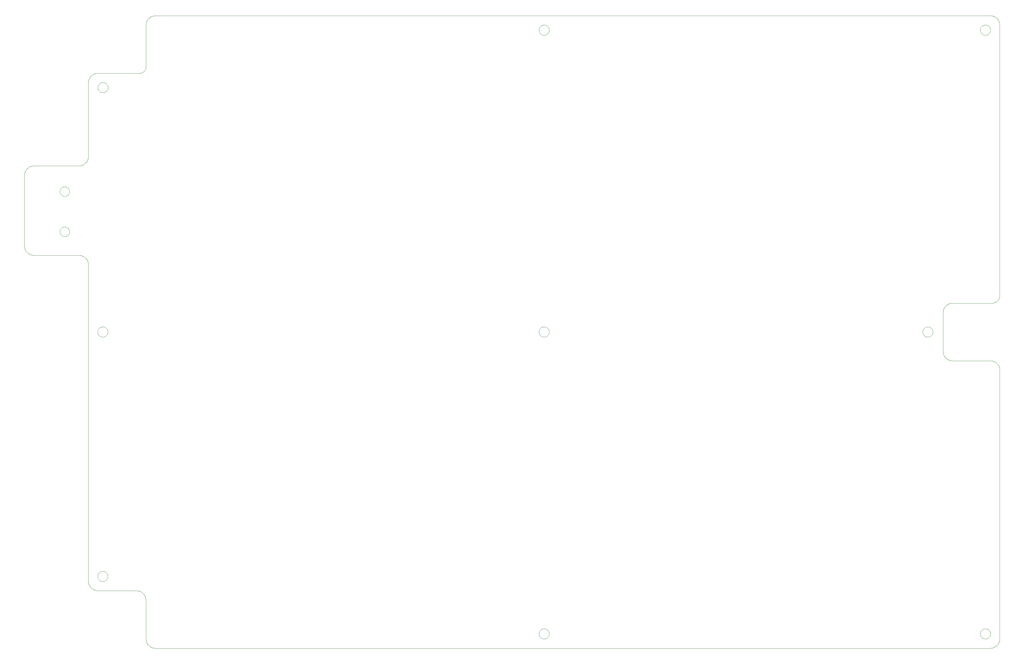
<source format=gto>
G75*
%MOIN*%
%OFA0B0*%
%FSLAX24Y24*%
%IPPOS*%
%LPD*%
%AMOC8*
5,1,8,0,0,1.08239X$1,22.5*
%
%ADD10C,0.0000*%
%ADD11R,0.0034X2.9528*%
%ADD12R,0.0034X2.9528*%
%ADD13R,0.0034X0.0068*%
%ADD14R,0.0034X0.0068*%
%ADD15R,0.0034X0.0068*%
%ADD16R,0.0034X2.8713*%
%ADD17R,0.0034X2.8713*%
%ADD18R,0.0034X2.8713*%
%ADD19R,0.0034X0.0170*%
%ADD20R,0.0034X0.0204*%
%ADD21R,0.0034X0.0034*%
%ADD22R,0.0034X0.9266*%
%ADD23R,0.0034X0.0136*%
%ADD24R,0.0034X0.0136*%
%ADD25R,0.0034X0.0136*%
%ADD26R,0.0034X0.0136*%
%ADD27R,0.0034X0.0136*%
%ADD28R,0.0034X0.0136*%
%ADD29R,0.0034X0.0238*%
%ADD30R,0.0034X0.0339*%
%ADD31R,0.0034X0.0407*%
%ADD32R,0.0034X0.0102*%
%ADD33R,0.0034X0.0102*%
%ADD34R,0.0034X0.0204*%
%ADD35R,0.0034X0.0102*%
%ADD36R,0.0034X0.0102*%
%ADD37R,0.0034X0.0339*%
%ADD38R,0.0034X0.0305*%
%ADD39R,0.0034X0.0170*%
%ADD40R,0.0034X0.0102*%
%ADD41R,0.0034X0.0272*%
%ADD42R,0.0034X0.0373*%
%ADD43R,0.0034X0.0373*%
%ADD44R,0.0034X0.0339*%
%ADD45R,0.0034X0.0407*%
%ADD46R,0.0034X0.0713*%
%ADD47R,0.0034X0.0170*%
%ADD48R,0.0034X0.0305*%
%ADD49R,0.0034X0.0441*%
%ADD50R,0.0034X0.0102*%
%ADD51R,0.0034X0.0441*%
%ADD52R,0.0034X0.0645*%
%ADD53R,0.0034X0.1154*%
%ADD54R,0.0034X0.0373*%
%ADD55R,0.0034X0.0238*%
%ADD56R,0.0034X0.0339*%
%ADD57R,0.0034X0.0407*%
%ADD58R,0.0034X0.0407*%
%ADD59R,0.0034X0.1459*%
%ADD60R,0.0034X0.0068*%
%ADD61R,0.0034X0.0305*%
%ADD62R,0.0034X0.0305*%
%ADD63R,0.0034X0.0373*%
%ADD64R,0.0034X0.1731*%
%ADD65R,0.0034X0.0204*%
%ADD66R,0.0034X0.0170*%
%ADD67R,0.0034X0.0068*%
%ADD68R,0.0034X0.1969*%
%ADD69R,0.0034X0.2172*%
%ADD70R,0.0034X0.0034*%
%ADD71R,0.0034X0.6482*%
%ADD72R,0.0034X0.2342*%
%ADD73R,0.0034X0.6652*%
%ADD74R,0.0034X0.2545*%
%ADD75R,0.0034X0.6754*%
%ADD76R,0.0034X0.2681*%
%ADD77R,0.0034X0.6822*%
%ADD78R,0.0034X0.2851*%
%ADD79R,0.0034X0.6890*%
%ADD80R,0.0034X0.2987*%
%ADD81R,0.0034X0.0068*%
%ADD82R,0.0034X0.6924*%
%ADD83R,0.0034X0.3089*%
%ADD84R,0.0034X0.6958*%
%ADD85R,0.0034X0.0034*%
%ADD86R,0.0034X0.3224*%
%ADD87R,0.0034X0.6992*%
%ADD88R,0.0034X0.3360*%
%ADD89R,0.0034X0.7026*%
%ADD90R,0.0034X0.1358*%
%ADD91R,0.0034X0.7026*%
%ADD92R,0.0034X0.1222*%
%ADD93R,0.0034X0.1188*%
%ADD94R,0.0034X0.1120*%
%ADD95R,0.0034X0.1052*%
%ADD96R,0.0034X0.0984*%
%ADD97R,0.0034X0.1018*%
%ADD98R,0.0034X0.0475*%
%ADD99R,0.0034X0.0950*%
%ADD100R,0.0034X0.0441*%
%ADD101R,0.0034X0.0916*%
%ADD102R,0.0034X0.0916*%
%ADD103R,0.0034X0.0475*%
%ADD104R,0.0034X0.0882*%
%ADD105R,0.0034X0.0849*%
%ADD106R,0.0034X0.0034*%
%ADD107R,0.0034X0.0475*%
%ADD108R,0.0034X0.0849*%
%ADD109R,0.0034X0.0815*%
%ADD110R,0.0034X0.3055*%
%ADD111R,0.0034X0.0815*%
%ADD112R,0.0034X0.3055*%
%ADD113R,0.0034X0.0781*%
%ADD114R,0.0034X0.0781*%
%ADD115R,0.0034X0.3055*%
%ADD116R,0.0034X0.0034*%
%ADD117R,0.0034X0.0781*%
%ADD118R,0.0034X0.0747*%
%ADD119R,0.0034X0.0747*%
%ADD120R,0.0034X0.0747*%
%ADD121R,0.0034X0.0679*%
%ADD122R,0.0034X0.0679*%
%ADD123R,0.0034X0.0679*%
%ADD124R,0.0034X0.4921*%
%ADD125R,0.0034X0.0204*%
%ADD126R,0.0034X0.0170*%
%ADD127R,0.0034X0.4955*%
%ADD128R,0.0034X0.0170*%
%ADD129R,0.0034X0.0271*%
%ADD130R,0.0034X0.0305*%
%ADD131R,0.0034X0.5023*%
%ADD132R,0.0034X0.4378*%
%ADD133R,0.0034X0.0645*%
%ADD134R,0.0034X0.4412*%
%ADD135R,0.0034X0.0204*%
%ADD136R,0.0034X0.0645*%
%ADD137R,0.0034X0.4446*%
%ADD138R,0.0034X0.0238*%
%ADD139R,0.0034X0.0611*%
%ADD140R,0.0034X0.4480*%
%ADD141R,0.0034X0.0034*%
%ADD142R,0.0034X0.0441*%
%ADD143R,0.0034X0.0441*%
%ADD144R,0.0034X0.0611*%
%ADD145R,0.0034X0.4514*%
%ADD146R,0.0034X0.0611*%
%ADD147R,0.0034X0.4548*%
%ADD148R,0.0034X0.0577*%
%ADD149R,0.0034X0.4582*%
%ADD150R,0.0034X0.0577*%
%ADD151R,0.0034X0.1324*%
%ADD152R,0.0034X0.0713*%
%ADD153R,0.0034X0.0543*%
%ADD154R,0.0034X0.0543*%
%ADD155R,0.0034X0.0713*%
%ADD156R,0.0034X0.0339*%
%ADD157R,0.0034X0.0373*%
%ADD158R,0.0034X0.0543*%
%ADD159R,0.0034X0.0713*%
%ADD160R,0.0034X0.0679*%
%ADD161R,0.0034X0.0543*%
%ADD162R,0.0034X0.0509*%
%ADD163R,0.0034X0.0713*%
%ADD164R,0.0034X0.0339*%
%ADD165R,0.0034X0.0305*%
%ADD166R,0.0034X0.0713*%
%ADD167R,0.0034X0.0509*%
%ADD168R,0.0034X0.0475*%
%ADD169R,0.0034X0.0509*%
%ADD170R,0.0034X0.0916*%
%ADD171R,0.0034X0.0509*%
%ADD172R,0.0034X0.0882*%
%ADD173R,0.0034X0.0882*%
%ADD174R,0.0034X0.0509*%
%ADD175R,0.0034X0.0204*%
%ADD176R,0.0034X0.0238*%
%ADD177R,0.0034X0.0373*%
%ADD178R,0.0034X0.0407*%
%ADD179R,0.0034X0.1018*%
%ADD180R,0.0034X0.1052*%
%ADD181R,0.0034X0.0475*%
%ADD182R,0.0034X0.0441*%
%ADD183R,0.0034X0.0475*%
%ADD184R,0.0034X0.0577*%
%ADD185R,0.0034X0.2206*%
%ADD186R,0.0034X0.2206*%
%ADD187R,0.0034X0.2138*%
%ADD188R,0.0034X0.2138*%
%ADD189R,0.0034X0.2104*%
%ADD190R,0.0034X0.2036*%
%ADD191R,0.0034X0.2036*%
%ADD192R,0.0034X0.2070*%
%ADD193R,0.0034X0.3122*%
%ADD194R,0.0034X0.3190*%
%ADD195R,0.0034X0.3224*%
%ADD196R,0.0034X0.3258*%
%ADD197R,0.0034X0.3326*%
%ADD198R,0.0034X0.3360*%
%ADD199R,0.0034X0.3224*%
%ADD200R,0.0034X0.3021*%
%ADD201R,0.0034X0.2817*%
%ADD202R,0.0034X0.2681*%
%ADD203R,0.0034X0.2715*%
%ADD204R,0.0034X0.2783*%
%ADD205R,0.0034X0.2070*%
%ADD206R,0.0034X0.1867*%
%ADD207R,0.0034X0.1697*%
%ADD208R,0.0034X0.1493*%
%ADD209R,0.0034X0.1324*%
%ADD210R,0.0034X0.1188*%
%ADD211R,0.0034X0.1120*%
%ADD212R,0.0034X0.0611*%
%ADD213R,0.0034X0.1086*%
%ADD214R,0.0034X0.0238*%
%ADD215R,0.0034X0.0271*%
%ADD216R,0.0034X0.0272*%
%ADD217R,0.0034X0.0238*%
%ADD218R,0.0034X0.1086*%
%ADD219R,0.0034X0.1086*%
%ADD220R,0.0034X0.0679*%
%ADD221R,0.0034X0.0747*%
%ADD222R,0.0034X0.0272*%
%ADD223R,0.0034X0.0747*%
%ADD224R,0.0034X0.0577*%
%ADD225R,0.0034X0.0645*%
%ADD226R,0.0034X0.0543*%
%ADD227R,0.0034X0.1290*%
%ADD228R,0.0034X0.0577*%
%ADD229R,0.0034X0.1188*%
%ADD230R,0.0034X0.1120*%
%ADD231R,0.0034X0.0984*%
%ADD232R,0.0034X0.0815*%
%ADD233R,0.0034X0.0645*%
%ADD234R,0.0034X0.0781*%
%ADD235R,0.0034X0.0645*%
%ADD236R,0.0034X1.0521*%
%ADD237R,0.0034X1.0521*%
%ADD238R,0.0034X1.0521*%
%ADD239R,0.0034X0.0882*%
%ADD240R,0.0034X0.0916*%
%ADD241R,0.0034X0.0916*%
%ADD242R,0.0034X0.0950*%
%ADD243R,0.0034X0.1018*%
%ADD244R,0.0034X0.1188*%
%ADD245R,0.0034X0.1154*%
%ADD246R,0.0034X0.1493*%
%ADD247R,0.0034X0.1290*%
%ADD248R,0.0034X0.1256*%
%ADD249R,0.0034X0.1629*%
%ADD250R,0.0034X0.1493*%
%ADD251R,0.0034X0.1527*%
%ADD252R,0.0034X0.0781*%
%ADD253R,0.0034X0.1697*%
%ADD254R,0.0034X0.3292*%
%ADD255R,0.0034X0.1731*%
%ADD256R,0.0034X0.0271*%
%ADD257R,0.0034X0.3156*%
%ADD258R,0.0034X0.3021*%
%ADD259R,0.0034X0.0781*%
%ADD260R,0.0034X0.2885*%
%ADD261R,0.0034X0.2749*%
%ADD262R,0.0034X0.2613*%
%ADD263R,0.0034X0.2444*%
%ADD264R,0.0034X0.2274*%
%ADD265R,0.0034X0.1867*%
%ADD266R,0.0034X0.1595*%
%ADD267R,0.0034X0.0815*%
%ADD268R,0.0034X0.1018*%
%ADD269R,0.0034X1.0589*%
%ADD270R,0.0034X2.9528*%
D10*
X012470Y011579D02*
X017193Y011579D01*
X017193Y011578D02*
X017259Y011576D01*
X017325Y011571D01*
X017391Y011561D01*
X017456Y011548D01*
X017520Y011532D01*
X017583Y011512D01*
X017645Y011488D01*
X017705Y011461D01*
X017764Y011431D01*
X017821Y011397D01*
X017876Y011360D01*
X017929Y011320D01*
X017980Y011278D01*
X018028Y011232D01*
X018074Y011184D01*
X018116Y011133D01*
X018156Y011080D01*
X018193Y011025D01*
X018227Y010968D01*
X018257Y010909D01*
X018284Y010849D01*
X018308Y010787D01*
X018328Y010724D01*
X018344Y010660D01*
X018357Y010595D01*
X018367Y010529D01*
X018372Y010463D01*
X018374Y010397D01*
X018374Y005674D01*
X018375Y005674D02*
X018377Y005608D01*
X018382Y005542D01*
X018392Y005476D01*
X018405Y005411D01*
X018421Y005347D01*
X018441Y005284D01*
X018465Y005222D01*
X018492Y005162D01*
X018522Y005103D01*
X018556Y005046D01*
X018593Y004991D01*
X018633Y004938D01*
X018675Y004887D01*
X018721Y004839D01*
X018769Y004793D01*
X018820Y004751D01*
X018873Y004711D01*
X018928Y004674D01*
X018985Y004640D01*
X019044Y004610D01*
X019104Y004583D01*
X019166Y004559D01*
X019229Y004539D01*
X019293Y004523D01*
X019358Y004510D01*
X019424Y004500D01*
X019490Y004495D01*
X019556Y004493D01*
X122312Y004493D01*
X122378Y004495D01*
X122444Y004500D01*
X122510Y004510D01*
X122575Y004523D01*
X122639Y004539D01*
X122702Y004559D01*
X122764Y004583D01*
X122824Y004610D01*
X122883Y004640D01*
X122940Y004674D01*
X122995Y004711D01*
X123048Y004751D01*
X123099Y004793D01*
X123147Y004839D01*
X123193Y004887D01*
X123235Y004938D01*
X123275Y004991D01*
X123312Y005046D01*
X123346Y005103D01*
X123376Y005162D01*
X123403Y005222D01*
X123427Y005284D01*
X123447Y005347D01*
X123463Y005411D01*
X123476Y005476D01*
X123486Y005542D01*
X123491Y005608D01*
X123493Y005674D01*
X123493Y038745D01*
X123491Y038811D01*
X123486Y038877D01*
X123476Y038943D01*
X123463Y039008D01*
X123447Y039072D01*
X123427Y039135D01*
X123403Y039197D01*
X123376Y039257D01*
X123346Y039316D01*
X123312Y039373D01*
X123275Y039428D01*
X123235Y039481D01*
X123193Y039532D01*
X123147Y039580D01*
X123099Y039626D01*
X123048Y039668D01*
X122995Y039708D01*
X122940Y039745D01*
X122883Y039779D01*
X122824Y039809D01*
X122764Y039836D01*
X122702Y039860D01*
X122639Y039880D01*
X122575Y039896D01*
X122510Y039909D01*
X122444Y039919D01*
X122378Y039924D01*
X122312Y039926D01*
X117588Y039926D01*
X117523Y039931D01*
X117458Y039940D01*
X117394Y039953D01*
X117331Y039970D01*
X117269Y039990D01*
X117208Y040014D01*
X117149Y040041D01*
X117091Y040072D01*
X117035Y040106D01*
X116982Y040143D01*
X116930Y040183D01*
X116881Y040227D01*
X116835Y040273D01*
X116791Y040321D01*
X116750Y040372D01*
X116713Y040425D01*
X116678Y040481D01*
X116647Y040538D01*
X116619Y040597D01*
X116595Y040658D01*
X116574Y040720D01*
X116557Y040783D01*
X116543Y040847D01*
X116533Y040911D01*
X116527Y040976D01*
X116525Y041042D01*
X116527Y041107D01*
X116527Y045832D01*
X116525Y045897D01*
X116527Y045963D01*
X116533Y046028D01*
X116543Y046092D01*
X116557Y046156D01*
X116574Y046219D01*
X116595Y046281D01*
X116619Y046342D01*
X116647Y046401D01*
X116678Y046458D01*
X116713Y046514D01*
X116750Y046567D01*
X116791Y046618D01*
X116835Y046666D01*
X116881Y046712D01*
X116930Y046756D01*
X116982Y046796D01*
X117035Y046833D01*
X117091Y046867D01*
X117149Y046898D01*
X117208Y046925D01*
X117269Y046949D01*
X117331Y046969D01*
X117394Y046986D01*
X117458Y046999D01*
X117523Y047008D01*
X117588Y047013D01*
X122509Y047013D01*
X122571Y047015D01*
X122632Y047021D01*
X122693Y047030D01*
X122754Y047044D01*
X122813Y047061D01*
X122871Y047082D01*
X122928Y047107D01*
X122983Y047135D01*
X123036Y047166D01*
X123087Y047201D01*
X123136Y047239D01*
X123183Y047280D01*
X123226Y047323D01*
X123267Y047370D01*
X123305Y047419D01*
X123340Y047470D01*
X123371Y047523D01*
X123399Y047578D01*
X123424Y047635D01*
X123445Y047693D01*
X123462Y047752D01*
X123476Y047813D01*
X123485Y047874D01*
X123491Y047935D01*
X123493Y047997D01*
X123490Y047879D02*
X123490Y081263D01*
X123493Y081265D02*
X123491Y081331D01*
X123486Y081397D01*
X123476Y081463D01*
X123463Y081528D01*
X123447Y081592D01*
X123427Y081655D01*
X123403Y081717D01*
X123376Y081777D01*
X123346Y081836D01*
X123312Y081893D01*
X123275Y081948D01*
X123235Y082001D01*
X123193Y082052D01*
X123147Y082100D01*
X123099Y082146D01*
X123048Y082188D01*
X122995Y082228D01*
X122940Y082265D01*
X122883Y082299D01*
X122824Y082329D01*
X122764Y082356D01*
X122702Y082380D01*
X122639Y082400D01*
X122575Y082416D01*
X122510Y082429D01*
X122444Y082439D01*
X122378Y082444D01*
X122312Y082446D01*
X019556Y082446D01*
X019555Y082444D02*
X019489Y082442D01*
X019423Y082437D01*
X019357Y082427D01*
X019292Y082414D01*
X019228Y082398D01*
X019165Y082378D01*
X019103Y082354D01*
X019043Y082327D01*
X018984Y082297D01*
X018927Y082263D01*
X018872Y082226D01*
X018819Y082186D01*
X018768Y082144D01*
X018720Y082098D01*
X018674Y082050D01*
X018632Y081999D01*
X018592Y081946D01*
X018555Y081891D01*
X018521Y081834D01*
X018491Y081775D01*
X018464Y081715D01*
X018440Y081653D01*
X018420Y081590D01*
X018404Y081526D01*
X018391Y081461D01*
X018381Y081395D01*
X018376Y081329D01*
X018374Y081263D01*
X018374Y076579D01*
X018375Y076737D02*
X018375Y076147D01*
X018373Y076093D01*
X018368Y076040D01*
X018359Y075987D01*
X018346Y075935D01*
X018330Y075883D01*
X018310Y075833D01*
X018287Y075785D01*
X018260Y075738D01*
X018231Y075693D01*
X018198Y075650D01*
X018163Y075610D01*
X018125Y075572D01*
X018085Y075537D01*
X018042Y075504D01*
X017997Y075475D01*
X017950Y075448D01*
X017902Y075425D01*
X017852Y075405D01*
X017800Y075389D01*
X017748Y075376D01*
X017695Y075367D01*
X017642Y075362D01*
X017588Y075360D01*
X017588Y075359D02*
X012470Y075359D01*
X012404Y075357D01*
X012338Y075352D01*
X012272Y075342D01*
X012207Y075329D01*
X012143Y075313D01*
X012080Y075293D01*
X012018Y075269D01*
X011958Y075242D01*
X011899Y075212D01*
X011842Y075178D01*
X011787Y075141D01*
X011734Y075101D01*
X011683Y075059D01*
X011635Y075013D01*
X011589Y074965D01*
X011547Y074914D01*
X011507Y074861D01*
X011470Y074806D01*
X011436Y074749D01*
X011406Y074690D01*
X011379Y074630D01*
X011355Y074568D01*
X011335Y074505D01*
X011319Y074441D01*
X011306Y074376D01*
X011296Y074310D01*
X011291Y074244D01*
X011289Y074178D01*
X011289Y065123D01*
X011288Y065123D02*
X011286Y065057D01*
X011281Y064991D01*
X011271Y064925D01*
X011258Y064860D01*
X011242Y064796D01*
X011222Y064733D01*
X011198Y064671D01*
X011171Y064611D01*
X011141Y064552D01*
X011107Y064495D01*
X011070Y064440D01*
X011030Y064387D01*
X010988Y064336D01*
X010942Y064288D01*
X010894Y064242D01*
X010843Y064200D01*
X010790Y064160D01*
X010735Y064123D01*
X010678Y064089D01*
X010619Y064059D01*
X010559Y064032D01*
X010497Y064008D01*
X010434Y063988D01*
X010370Y063972D01*
X010305Y063959D01*
X010239Y063949D01*
X010173Y063944D01*
X010107Y063942D01*
X004596Y063942D01*
X004530Y063940D01*
X004464Y063935D01*
X004398Y063925D01*
X004333Y063912D01*
X004269Y063896D01*
X004206Y063876D01*
X004144Y063852D01*
X004084Y063825D01*
X004025Y063795D01*
X003968Y063761D01*
X003913Y063724D01*
X003860Y063684D01*
X003809Y063642D01*
X003761Y063596D01*
X003715Y063548D01*
X003673Y063497D01*
X003633Y063444D01*
X003596Y063389D01*
X003562Y063332D01*
X003532Y063273D01*
X003505Y063213D01*
X003481Y063151D01*
X003461Y063088D01*
X003445Y063024D01*
X003432Y062959D01*
X003422Y062893D01*
X003417Y062827D01*
X003415Y062761D01*
X003415Y054100D01*
X003417Y054034D01*
X003422Y053968D01*
X003432Y053902D01*
X003445Y053837D01*
X003461Y053773D01*
X003481Y053710D01*
X003505Y053648D01*
X003532Y053588D01*
X003562Y053529D01*
X003596Y053472D01*
X003633Y053417D01*
X003673Y053364D01*
X003715Y053313D01*
X003761Y053265D01*
X003809Y053219D01*
X003860Y053177D01*
X003913Y053137D01*
X003968Y053100D01*
X004025Y053066D01*
X004084Y053036D01*
X004144Y053009D01*
X004206Y052985D01*
X004269Y052965D01*
X004333Y052949D01*
X004398Y052936D01*
X004464Y052926D01*
X004530Y052921D01*
X004596Y052919D01*
X010107Y052919D01*
X010107Y052918D02*
X010173Y052916D01*
X010239Y052911D01*
X010305Y052901D01*
X010370Y052888D01*
X010434Y052872D01*
X010497Y052852D01*
X010559Y052828D01*
X010619Y052801D01*
X010678Y052771D01*
X010735Y052737D01*
X010790Y052700D01*
X010843Y052660D01*
X010894Y052618D01*
X010942Y052572D01*
X010988Y052524D01*
X011030Y052473D01*
X011070Y052420D01*
X011107Y052365D01*
X011141Y052308D01*
X011171Y052249D01*
X011198Y052189D01*
X011222Y052127D01*
X011242Y052064D01*
X011258Y052000D01*
X011271Y051935D01*
X011281Y051869D01*
X011286Y051803D01*
X011288Y051737D01*
X011289Y051737D02*
X011289Y012760D01*
X011291Y012694D01*
X011296Y012628D01*
X011306Y012562D01*
X011319Y012497D01*
X011335Y012433D01*
X011355Y012370D01*
X011379Y012308D01*
X011406Y012248D01*
X011436Y012189D01*
X011470Y012132D01*
X011507Y012077D01*
X011547Y012024D01*
X011589Y011973D01*
X011635Y011925D01*
X011683Y011879D01*
X011734Y011837D01*
X011787Y011797D01*
X011842Y011760D01*
X011899Y011726D01*
X011958Y011696D01*
X012018Y011669D01*
X012080Y011645D01*
X012143Y011625D01*
X012207Y011609D01*
X012272Y011596D01*
X012338Y011586D01*
X012404Y011581D01*
X012470Y011579D01*
X012430Y013352D02*
X012432Y013402D01*
X012438Y013452D01*
X012448Y013501D01*
X012462Y013549D01*
X012479Y013596D01*
X012500Y013641D01*
X012525Y013685D01*
X012553Y013726D01*
X012585Y013765D01*
X012619Y013802D01*
X012656Y013836D01*
X012696Y013866D01*
X012738Y013893D01*
X012782Y013917D01*
X012828Y013938D01*
X012875Y013954D01*
X012923Y013967D01*
X012973Y013976D01*
X013022Y013981D01*
X013073Y013982D01*
X013123Y013979D01*
X013172Y013972D01*
X013221Y013961D01*
X013269Y013946D01*
X013315Y013928D01*
X013360Y013906D01*
X013403Y013880D01*
X013444Y013851D01*
X013483Y013819D01*
X013519Y013784D01*
X013551Y013746D01*
X013581Y013706D01*
X013608Y013663D01*
X013631Y013619D01*
X013650Y013573D01*
X013666Y013525D01*
X013678Y013476D01*
X013686Y013427D01*
X013690Y013377D01*
X013690Y013327D01*
X013686Y013277D01*
X013678Y013228D01*
X013666Y013179D01*
X013650Y013131D01*
X013631Y013085D01*
X013608Y013041D01*
X013581Y012998D01*
X013551Y012958D01*
X013519Y012920D01*
X013483Y012885D01*
X013444Y012853D01*
X013403Y012824D01*
X013360Y012798D01*
X013315Y012776D01*
X013269Y012758D01*
X013221Y012743D01*
X013172Y012732D01*
X013123Y012725D01*
X013073Y012722D01*
X013022Y012723D01*
X012973Y012728D01*
X012923Y012737D01*
X012875Y012750D01*
X012828Y012766D01*
X012782Y012787D01*
X012738Y012811D01*
X012696Y012838D01*
X012656Y012868D01*
X012619Y012902D01*
X012585Y012939D01*
X012553Y012978D01*
X012525Y013019D01*
X012500Y013063D01*
X012479Y013108D01*
X012462Y013155D01*
X012448Y013203D01*
X012438Y013252D01*
X012432Y013302D01*
X012430Y013352D01*
X012430Y043470D02*
X012432Y043520D01*
X012438Y043570D01*
X012448Y043619D01*
X012462Y043667D01*
X012479Y043714D01*
X012500Y043759D01*
X012525Y043803D01*
X012553Y043844D01*
X012585Y043883D01*
X012619Y043920D01*
X012656Y043954D01*
X012696Y043984D01*
X012738Y044011D01*
X012782Y044035D01*
X012828Y044056D01*
X012875Y044072D01*
X012923Y044085D01*
X012973Y044094D01*
X013022Y044099D01*
X013073Y044100D01*
X013123Y044097D01*
X013172Y044090D01*
X013221Y044079D01*
X013269Y044064D01*
X013315Y044046D01*
X013360Y044024D01*
X013403Y043998D01*
X013444Y043969D01*
X013483Y043937D01*
X013519Y043902D01*
X013551Y043864D01*
X013581Y043824D01*
X013608Y043781D01*
X013631Y043737D01*
X013650Y043691D01*
X013666Y043643D01*
X013678Y043594D01*
X013686Y043545D01*
X013690Y043495D01*
X013690Y043445D01*
X013686Y043395D01*
X013678Y043346D01*
X013666Y043297D01*
X013650Y043249D01*
X013631Y043203D01*
X013608Y043159D01*
X013581Y043116D01*
X013551Y043076D01*
X013519Y043038D01*
X013483Y043003D01*
X013444Y042971D01*
X013403Y042942D01*
X013360Y042916D01*
X013315Y042894D01*
X013269Y042876D01*
X013221Y042861D01*
X013172Y042850D01*
X013123Y042843D01*
X013073Y042840D01*
X013022Y042841D01*
X012973Y042846D01*
X012923Y042855D01*
X012875Y042868D01*
X012828Y042884D01*
X012782Y042905D01*
X012738Y042929D01*
X012696Y042956D01*
X012656Y042986D01*
X012619Y043020D01*
X012585Y043057D01*
X012553Y043096D01*
X012525Y043137D01*
X012500Y043181D01*
X012479Y043226D01*
X012462Y043273D01*
X012448Y043321D01*
X012438Y043370D01*
X012432Y043420D01*
X012430Y043470D01*
X007784Y055820D02*
X007786Y055868D01*
X007792Y055916D01*
X007802Y055963D01*
X007815Y056009D01*
X007833Y056054D01*
X007853Y056098D01*
X007878Y056140D01*
X007906Y056179D01*
X007936Y056216D01*
X007970Y056250D01*
X008007Y056282D01*
X008045Y056311D01*
X008086Y056336D01*
X008129Y056358D01*
X008174Y056376D01*
X008220Y056390D01*
X008267Y056401D01*
X008315Y056408D01*
X008363Y056411D01*
X008411Y056410D01*
X008459Y056405D01*
X008507Y056396D01*
X008553Y056384D01*
X008598Y056367D01*
X008642Y056347D01*
X008684Y056324D01*
X008724Y056297D01*
X008762Y056267D01*
X008797Y056234D01*
X008829Y056198D01*
X008859Y056160D01*
X008885Y056119D01*
X008907Y056076D01*
X008927Y056032D01*
X008942Y055987D01*
X008954Y055940D01*
X008962Y055892D01*
X008966Y055844D01*
X008966Y055796D01*
X008962Y055748D01*
X008954Y055700D01*
X008942Y055653D01*
X008927Y055608D01*
X008907Y055564D01*
X008885Y055521D01*
X008859Y055480D01*
X008829Y055442D01*
X008797Y055406D01*
X008762Y055373D01*
X008724Y055343D01*
X008684Y055316D01*
X008642Y055293D01*
X008598Y055273D01*
X008553Y055256D01*
X008507Y055244D01*
X008459Y055235D01*
X008411Y055230D01*
X008363Y055229D01*
X008315Y055232D01*
X008267Y055239D01*
X008220Y055250D01*
X008174Y055264D01*
X008129Y055282D01*
X008086Y055304D01*
X008045Y055329D01*
X008007Y055358D01*
X007970Y055390D01*
X007936Y055424D01*
X007906Y055461D01*
X007878Y055500D01*
X007853Y055542D01*
X007833Y055586D01*
X007815Y055631D01*
X007802Y055677D01*
X007792Y055724D01*
X007786Y055772D01*
X007784Y055820D01*
X007784Y060781D02*
X007786Y060829D01*
X007792Y060877D01*
X007802Y060924D01*
X007815Y060970D01*
X007833Y061015D01*
X007853Y061059D01*
X007878Y061101D01*
X007906Y061140D01*
X007936Y061177D01*
X007970Y061211D01*
X008007Y061243D01*
X008045Y061272D01*
X008086Y061297D01*
X008129Y061319D01*
X008174Y061337D01*
X008220Y061351D01*
X008267Y061362D01*
X008315Y061369D01*
X008363Y061372D01*
X008411Y061371D01*
X008459Y061366D01*
X008507Y061357D01*
X008553Y061345D01*
X008598Y061328D01*
X008642Y061308D01*
X008684Y061285D01*
X008724Y061258D01*
X008762Y061228D01*
X008797Y061195D01*
X008829Y061159D01*
X008859Y061121D01*
X008885Y061080D01*
X008907Y061037D01*
X008927Y060993D01*
X008942Y060948D01*
X008954Y060901D01*
X008962Y060853D01*
X008966Y060805D01*
X008966Y060757D01*
X008962Y060709D01*
X008954Y060661D01*
X008942Y060614D01*
X008927Y060569D01*
X008907Y060525D01*
X008885Y060482D01*
X008859Y060441D01*
X008829Y060403D01*
X008797Y060367D01*
X008762Y060334D01*
X008724Y060304D01*
X008684Y060277D01*
X008642Y060254D01*
X008598Y060234D01*
X008553Y060217D01*
X008507Y060205D01*
X008459Y060196D01*
X008411Y060191D01*
X008363Y060190D01*
X008315Y060193D01*
X008267Y060200D01*
X008220Y060211D01*
X008174Y060225D01*
X008129Y060243D01*
X008086Y060265D01*
X008045Y060290D01*
X008007Y060319D01*
X007970Y060351D01*
X007936Y060385D01*
X007906Y060422D01*
X007878Y060461D01*
X007853Y060503D01*
X007833Y060547D01*
X007815Y060592D01*
X007802Y060638D01*
X007792Y060685D01*
X007786Y060733D01*
X007784Y060781D01*
X012458Y073593D02*
X012460Y073643D01*
X012466Y073693D01*
X012476Y073742D01*
X012490Y073790D01*
X012507Y073837D01*
X012528Y073882D01*
X012553Y073926D01*
X012581Y073967D01*
X012613Y074006D01*
X012647Y074043D01*
X012684Y074077D01*
X012724Y074107D01*
X012766Y074134D01*
X012810Y074158D01*
X012856Y074179D01*
X012903Y074195D01*
X012951Y074208D01*
X013001Y074217D01*
X013050Y074222D01*
X013101Y074223D01*
X013151Y074220D01*
X013200Y074213D01*
X013249Y074202D01*
X013297Y074187D01*
X013343Y074169D01*
X013388Y074147D01*
X013431Y074121D01*
X013472Y074092D01*
X013511Y074060D01*
X013547Y074025D01*
X013579Y073987D01*
X013609Y073947D01*
X013636Y073904D01*
X013659Y073860D01*
X013678Y073814D01*
X013694Y073766D01*
X013706Y073717D01*
X013714Y073668D01*
X013718Y073618D01*
X013718Y073568D01*
X013714Y073518D01*
X013706Y073469D01*
X013694Y073420D01*
X013678Y073372D01*
X013659Y073326D01*
X013636Y073282D01*
X013609Y073239D01*
X013579Y073199D01*
X013547Y073161D01*
X013511Y073126D01*
X013472Y073094D01*
X013431Y073065D01*
X013388Y073039D01*
X013343Y073017D01*
X013297Y072999D01*
X013249Y072984D01*
X013200Y072973D01*
X013151Y072966D01*
X013101Y072963D01*
X013050Y072964D01*
X013001Y072969D01*
X012951Y072978D01*
X012903Y072991D01*
X012856Y073007D01*
X012810Y073028D01*
X012766Y073052D01*
X012724Y073079D01*
X012684Y073109D01*
X012647Y073143D01*
X012613Y073180D01*
X012581Y073219D01*
X012553Y073260D01*
X012528Y073304D01*
X012507Y073349D01*
X012490Y073396D01*
X012476Y073444D01*
X012466Y073493D01*
X012460Y073543D01*
X012458Y073593D01*
X066761Y080674D02*
X066763Y080724D01*
X066769Y080774D01*
X066779Y080823D01*
X066793Y080871D01*
X066810Y080918D01*
X066831Y080963D01*
X066856Y081007D01*
X066884Y081048D01*
X066916Y081087D01*
X066950Y081124D01*
X066987Y081158D01*
X067027Y081188D01*
X067069Y081215D01*
X067113Y081239D01*
X067159Y081260D01*
X067206Y081276D01*
X067254Y081289D01*
X067304Y081298D01*
X067353Y081303D01*
X067404Y081304D01*
X067454Y081301D01*
X067503Y081294D01*
X067552Y081283D01*
X067600Y081268D01*
X067646Y081250D01*
X067691Y081228D01*
X067734Y081202D01*
X067775Y081173D01*
X067814Y081141D01*
X067850Y081106D01*
X067882Y081068D01*
X067912Y081028D01*
X067939Y080985D01*
X067962Y080941D01*
X067981Y080895D01*
X067997Y080847D01*
X068009Y080798D01*
X068017Y080749D01*
X068021Y080699D01*
X068021Y080649D01*
X068017Y080599D01*
X068009Y080550D01*
X067997Y080501D01*
X067981Y080453D01*
X067962Y080407D01*
X067939Y080363D01*
X067912Y080320D01*
X067882Y080280D01*
X067850Y080242D01*
X067814Y080207D01*
X067775Y080175D01*
X067734Y080146D01*
X067691Y080120D01*
X067646Y080098D01*
X067600Y080080D01*
X067552Y080065D01*
X067503Y080054D01*
X067454Y080047D01*
X067404Y080044D01*
X067353Y080045D01*
X067304Y080050D01*
X067254Y080059D01*
X067206Y080072D01*
X067159Y080088D01*
X067113Y080109D01*
X067069Y080133D01*
X067027Y080160D01*
X066987Y080190D01*
X066950Y080224D01*
X066916Y080261D01*
X066884Y080300D01*
X066856Y080341D01*
X066831Y080385D01*
X066810Y080430D01*
X066793Y080477D01*
X066779Y080525D01*
X066769Y080574D01*
X066763Y080624D01*
X066761Y080674D01*
X066761Y043470D02*
X066763Y043520D01*
X066769Y043570D01*
X066779Y043619D01*
X066793Y043667D01*
X066810Y043714D01*
X066831Y043759D01*
X066856Y043803D01*
X066884Y043844D01*
X066916Y043883D01*
X066950Y043920D01*
X066987Y043954D01*
X067027Y043984D01*
X067069Y044011D01*
X067113Y044035D01*
X067159Y044056D01*
X067206Y044072D01*
X067254Y044085D01*
X067304Y044094D01*
X067353Y044099D01*
X067404Y044100D01*
X067454Y044097D01*
X067503Y044090D01*
X067552Y044079D01*
X067600Y044064D01*
X067646Y044046D01*
X067691Y044024D01*
X067734Y043998D01*
X067775Y043969D01*
X067814Y043937D01*
X067850Y043902D01*
X067882Y043864D01*
X067912Y043824D01*
X067939Y043781D01*
X067962Y043737D01*
X067981Y043691D01*
X067997Y043643D01*
X068009Y043594D01*
X068017Y043545D01*
X068021Y043495D01*
X068021Y043445D01*
X068017Y043395D01*
X068009Y043346D01*
X067997Y043297D01*
X067981Y043249D01*
X067962Y043203D01*
X067939Y043159D01*
X067912Y043116D01*
X067882Y043076D01*
X067850Y043038D01*
X067814Y043003D01*
X067775Y042971D01*
X067734Y042942D01*
X067691Y042916D01*
X067646Y042894D01*
X067600Y042876D01*
X067552Y042861D01*
X067503Y042850D01*
X067454Y042843D01*
X067404Y042840D01*
X067353Y042841D01*
X067304Y042846D01*
X067254Y042855D01*
X067206Y042868D01*
X067159Y042884D01*
X067113Y042905D01*
X067069Y042929D01*
X067027Y042956D01*
X066987Y042986D01*
X066950Y043020D01*
X066916Y043057D01*
X066884Y043096D01*
X066856Y043137D01*
X066831Y043181D01*
X066810Y043226D01*
X066793Y043273D01*
X066779Y043321D01*
X066769Y043370D01*
X066763Y043420D01*
X066761Y043470D01*
X114005Y043470D02*
X114007Y043520D01*
X114013Y043570D01*
X114023Y043619D01*
X114037Y043667D01*
X114054Y043714D01*
X114075Y043759D01*
X114100Y043803D01*
X114128Y043844D01*
X114160Y043883D01*
X114194Y043920D01*
X114231Y043954D01*
X114271Y043984D01*
X114313Y044011D01*
X114357Y044035D01*
X114403Y044056D01*
X114450Y044072D01*
X114498Y044085D01*
X114548Y044094D01*
X114597Y044099D01*
X114648Y044100D01*
X114698Y044097D01*
X114747Y044090D01*
X114796Y044079D01*
X114844Y044064D01*
X114890Y044046D01*
X114935Y044024D01*
X114978Y043998D01*
X115019Y043969D01*
X115058Y043937D01*
X115094Y043902D01*
X115126Y043864D01*
X115156Y043824D01*
X115183Y043781D01*
X115206Y043737D01*
X115225Y043691D01*
X115241Y043643D01*
X115253Y043594D01*
X115261Y043545D01*
X115265Y043495D01*
X115265Y043445D01*
X115261Y043395D01*
X115253Y043346D01*
X115241Y043297D01*
X115225Y043249D01*
X115206Y043203D01*
X115183Y043159D01*
X115156Y043116D01*
X115126Y043076D01*
X115094Y043038D01*
X115058Y043003D01*
X115019Y042971D01*
X114978Y042942D01*
X114935Y042916D01*
X114890Y042894D01*
X114844Y042876D01*
X114796Y042861D01*
X114747Y042850D01*
X114698Y042843D01*
X114648Y042840D01*
X114597Y042841D01*
X114548Y042846D01*
X114498Y042855D01*
X114450Y042868D01*
X114403Y042884D01*
X114357Y042905D01*
X114313Y042929D01*
X114271Y042956D01*
X114231Y042986D01*
X114194Y043020D01*
X114160Y043057D01*
X114128Y043096D01*
X114100Y043137D01*
X114075Y043181D01*
X114054Y043226D01*
X114037Y043273D01*
X114023Y043321D01*
X114013Y043370D01*
X114007Y043420D01*
X114005Y043470D01*
X121092Y080674D02*
X121094Y080724D01*
X121100Y080774D01*
X121110Y080823D01*
X121124Y080871D01*
X121141Y080918D01*
X121162Y080963D01*
X121187Y081007D01*
X121215Y081048D01*
X121247Y081087D01*
X121281Y081124D01*
X121318Y081158D01*
X121358Y081188D01*
X121400Y081215D01*
X121444Y081239D01*
X121490Y081260D01*
X121537Y081276D01*
X121585Y081289D01*
X121635Y081298D01*
X121684Y081303D01*
X121735Y081304D01*
X121785Y081301D01*
X121834Y081294D01*
X121883Y081283D01*
X121931Y081268D01*
X121977Y081250D01*
X122022Y081228D01*
X122065Y081202D01*
X122106Y081173D01*
X122145Y081141D01*
X122181Y081106D01*
X122213Y081068D01*
X122243Y081028D01*
X122270Y080985D01*
X122293Y080941D01*
X122312Y080895D01*
X122328Y080847D01*
X122340Y080798D01*
X122348Y080749D01*
X122352Y080699D01*
X122352Y080649D01*
X122348Y080599D01*
X122340Y080550D01*
X122328Y080501D01*
X122312Y080453D01*
X122293Y080407D01*
X122270Y080363D01*
X122243Y080320D01*
X122213Y080280D01*
X122181Y080242D01*
X122145Y080207D01*
X122106Y080175D01*
X122065Y080146D01*
X122022Y080120D01*
X121977Y080098D01*
X121931Y080080D01*
X121883Y080065D01*
X121834Y080054D01*
X121785Y080047D01*
X121735Y080044D01*
X121684Y080045D01*
X121635Y080050D01*
X121585Y080059D01*
X121537Y080072D01*
X121490Y080088D01*
X121444Y080109D01*
X121400Y080133D01*
X121358Y080160D01*
X121318Y080190D01*
X121281Y080224D01*
X121247Y080261D01*
X121215Y080300D01*
X121187Y080341D01*
X121162Y080385D01*
X121141Y080430D01*
X121124Y080477D01*
X121110Y080525D01*
X121100Y080574D01*
X121094Y080624D01*
X121092Y080674D01*
X121092Y006265D02*
X121094Y006315D01*
X121100Y006365D01*
X121110Y006414D01*
X121124Y006462D01*
X121141Y006509D01*
X121162Y006554D01*
X121187Y006598D01*
X121215Y006639D01*
X121247Y006678D01*
X121281Y006715D01*
X121318Y006749D01*
X121358Y006779D01*
X121400Y006806D01*
X121444Y006830D01*
X121490Y006851D01*
X121537Y006867D01*
X121585Y006880D01*
X121635Y006889D01*
X121684Y006894D01*
X121735Y006895D01*
X121785Y006892D01*
X121834Y006885D01*
X121883Y006874D01*
X121931Y006859D01*
X121977Y006841D01*
X122022Y006819D01*
X122065Y006793D01*
X122106Y006764D01*
X122145Y006732D01*
X122181Y006697D01*
X122213Y006659D01*
X122243Y006619D01*
X122270Y006576D01*
X122293Y006532D01*
X122312Y006486D01*
X122328Y006438D01*
X122340Y006389D01*
X122348Y006340D01*
X122352Y006290D01*
X122352Y006240D01*
X122348Y006190D01*
X122340Y006141D01*
X122328Y006092D01*
X122312Y006044D01*
X122293Y005998D01*
X122270Y005954D01*
X122243Y005911D01*
X122213Y005871D01*
X122181Y005833D01*
X122145Y005798D01*
X122106Y005766D01*
X122065Y005737D01*
X122022Y005711D01*
X121977Y005689D01*
X121931Y005671D01*
X121883Y005656D01*
X121834Y005645D01*
X121785Y005638D01*
X121735Y005635D01*
X121684Y005636D01*
X121635Y005641D01*
X121585Y005650D01*
X121537Y005663D01*
X121490Y005679D01*
X121444Y005700D01*
X121400Y005724D01*
X121358Y005751D01*
X121318Y005781D01*
X121281Y005815D01*
X121247Y005852D01*
X121215Y005891D01*
X121187Y005932D01*
X121162Y005976D01*
X121141Y006021D01*
X121124Y006068D01*
X121110Y006116D01*
X121100Y006165D01*
X121094Y006215D01*
X121092Y006265D01*
X066761Y006265D02*
X066763Y006315D01*
X066769Y006365D01*
X066779Y006414D01*
X066793Y006462D01*
X066810Y006509D01*
X066831Y006554D01*
X066856Y006598D01*
X066884Y006639D01*
X066916Y006678D01*
X066950Y006715D01*
X066987Y006749D01*
X067027Y006779D01*
X067069Y006806D01*
X067113Y006830D01*
X067159Y006851D01*
X067206Y006867D01*
X067254Y006880D01*
X067304Y006889D01*
X067353Y006894D01*
X067404Y006895D01*
X067454Y006892D01*
X067503Y006885D01*
X067552Y006874D01*
X067600Y006859D01*
X067646Y006841D01*
X067691Y006819D01*
X067734Y006793D01*
X067775Y006764D01*
X067814Y006732D01*
X067850Y006697D01*
X067882Y006659D01*
X067912Y006619D01*
X067939Y006576D01*
X067962Y006532D01*
X067981Y006486D01*
X067997Y006438D01*
X068009Y006389D01*
X068017Y006340D01*
X068021Y006290D01*
X068021Y006240D01*
X068017Y006190D01*
X068009Y006141D01*
X067997Y006092D01*
X067981Y006044D01*
X067962Y005998D01*
X067939Y005954D01*
X067912Y005911D01*
X067882Y005871D01*
X067850Y005833D01*
X067814Y005798D01*
X067775Y005766D01*
X067734Y005737D01*
X067691Y005711D01*
X067646Y005689D01*
X067600Y005671D01*
X067552Y005656D01*
X067503Y005645D01*
X067454Y005638D01*
X067404Y005635D01*
X067353Y005636D01*
X067304Y005641D01*
X067254Y005650D01*
X067206Y005663D01*
X067159Y005679D01*
X067113Y005700D01*
X067069Y005724D01*
X067027Y005751D01*
X066987Y005781D01*
X066950Y005815D01*
X066916Y005852D01*
X066884Y005891D01*
X066856Y005932D01*
X066831Y005976D01*
X066810Y006021D01*
X066793Y006068D01*
X066779Y006116D01*
X066769Y006165D01*
X066763Y006215D01*
X066761Y006265D01*
D11*
X110107Y043650D03*
D12*
X110073Y043650D03*
X100095Y043650D03*
D13*
X105424Y042190D03*
X107121Y041104D03*
X106849Y039339D03*
X106849Y039237D03*
X101962Y039814D03*
X101283Y039814D03*
X106849Y047247D03*
X105254Y049861D03*
X105016Y049861D03*
X107392Y050675D03*
X107833Y051116D03*
X108105Y051490D03*
X108173Y051591D03*
X108207Y051659D03*
X108309Y051863D03*
X108377Y051999D03*
X108410Y052101D03*
X106849Y052067D03*
X106646Y052236D03*
X106578Y052406D03*
X106646Y052440D03*
X106680Y052474D03*
X106747Y052474D03*
X106849Y052474D03*
X106883Y052474D03*
X106883Y052678D03*
X106849Y052678D03*
X106747Y052678D03*
X106680Y052678D03*
X106646Y052644D03*
X106578Y052610D03*
X106476Y052610D03*
X106442Y052610D03*
X106408Y052644D03*
X106442Y052813D03*
X106476Y052813D03*
X106408Y052847D03*
X106340Y052881D03*
X106408Y053051D03*
X106442Y053051D03*
X106476Y053017D03*
X106578Y053051D03*
X106646Y053051D03*
X106680Y053085D03*
X106849Y053085D03*
X106883Y053085D03*
X106883Y052881D03*
X106849Y052881D03*
X106747Y052881D03*
X106680Y052881D03*
X106646Y052847D03*
X106578Y052847D03*
X106340Y053085D03*
X106238Y053119D03*
X106204Y053119D03*
X106136Y053085D03*
X106103Y053085D03*
X106001Y053051D03*
X106204Y053322D03*
X106238Y053322D03*
X106340Y053492D03*
X106408Y053458D03*
X106442Y053458D03*
X106476Y053458D03*
X106578Y053458D03*
X106646Y053492D03*
X106680Y053492D03*
X106747Y053526D03*
X106883Y053492D03*
X106883Y053696D03*
X106680Y053696D03*
X106646Y053696D03*
X106578Y053662D03*
X106476Y053662D03*
X106442Y053662D03*
X106408Y053662D03*
X106340Y053696D03*
X106103Y053696D03*
X106747Y053933D03*
X106849Y053933D03*
X106849Y054137D03*
X106747Y054137D03*
X106680Y054307D03*
X106646Y054307D03*
X106747Y054341D03*
X106849Y054341D03*
X106849Y054544D03*
X106883Y054544D03*
X107969Y055393D03*
X107901Y055495D03*
X107867Y055528D03*
X108173Y055087D03*
X108207Y055019D03*
X108377Y054680D03*
X106747Y053322D03*
X106408Y052440D03*
X106442Y052406D03*
X106476Y052406D03*
X106238Y052474D03*
X106204Y052474D03*
X105118Y052033D03*
X102743Y050845D03*
X102709Y050879D03*
X102641Y050947D03*
X102267Y051422D03*
X102199Y051524D03*
X101996Y051897D03*
X101962Y051965D03*
X101656Y053153D03*
X101928Y054646D03*
X101996Y054782D03*
X102064Y054918D03*
X102166Y055121D03*
X102301Y055325D03*
X102403Y055461D03*
X102539Y055630D03*
X103387Y055121D03*
X103387Y058379D03*
X103455Y058379D03*
X103489Y058379D03*
X103523Y058379D03*
X103625Y058379D03*
X103693Y058379D03*
X103727Y058379D03*
X103795Y058379D03*
X103896Y058379D03*
X103930Y058379D03*
X103964Y058379D03*
X104032Y058379D03*
X104134Y058379D03*
X104168Y058379D03*
X104236Y058379D03*
X104270Y058379D03*
X104372Y058379D03*
X104439Y058379D03*
X104473Y058379D03*
X104507Y058379D03*
X104609Y058379D03*
X104677Y058379D03*
X104711Y058379D03*
X104779Y058379D03*
X104881Y058379D03*
X104915Y058379D03*
X104949Y058379D03*
X105016Y058379D03*
X105118Y058379D03*
X105152Y058379D03*
X105220Y058379D03*
X105254Y058379D03*
X105356Y058379D03*
X105424Y058379D03*
X105458Y058379D03*
X105492Y058379D03*
X105593Y058379D03*
X105661Y058379D03*
X105695Y058379D03*
X105763Y058379D03*
X105865Y058379D03*
X105899Y058379D03*
X105933Y058379D03*
X106001Y058379D03*
X106103Y058379D03*
X106136Y058379D03*
X106204Y058379D03*
X106238Y058379D03*
X106340Y058379D03*
X106408Y058379D03*
X106442Y058379D03*
X106476Y058379D03*
X106578Y058379D03*
X106646Y058379D03*
X106680Y058379D03*
X106747Y058379D03*
X106849Y058379D03*
X106883Y058379D03*
X106917Y058379D03*
X106985Y058379D03*
X107087Y058379D03*
X107121Y058379D03*
X107189Y058379D03*
X107223Y058379D03*
X107324Y058379D03*
X107392Y058379D03*
X107426Y058379D03*
X107460Y058379D03*
X107562Y058379D03*
X107630Y058379D03*
X107664Y058379D03*
X107732Y058379D03*
X107833Y058379D03*
X107867Y058379D03*
X107901Y058379D03*
X107969Y058379D03*
X108071Y058379D03*
X108105Y058379D03*
X108173Y058379D03*
X108207Y058379D03*
X108309Y058379D03*
X108377Y058379D03*
X108410Y058379D03*
X108444Y058379D03*
X108546Y058379D03*
X108614Y058379D03*
X108648Y058379D03*
X108716Y058379D03*
X108818Y058379D03*
X108852Y058379D03*
X108886Y058379D03*
X108953Y058379D03*
X109055Y058379D03*
X109089Y058379D03*
X109157Y058379D03*
X109191Y058379D03*
X109293Y058379D03*
X109361Y058379D03*
X109395Y058379D03*
X109429Y058379D03*
X109530Y058379D03*
X109598Y058379D03*
X109632Y058379D03*
X109700Y058379D03*
X109802Y058379D03*
X109836Y058379D03*
X109870Y058379D03*
X109938Y058379D03*
X110040Y058379D03*
X103286Y058379D03*
X103252Y058379D03*
X103184Y058379D03*
X103150Y058379D03*
X103048Y058379D03*
X102980Y058379D03*
X102946Y058379D03*
X102912Y058379D03*
X102810Y058379D03*
X102743Y058379D03*
X102709Y058379D03*
X102641Y058379D03*
X102539Y058379D03*
X102505Y058379D03*
X102471Y058379D03*
X102403Y058379D03*
X102301Y058379D03*
X102267Y058379D03*
X102199Y058379D03*
X102166Y058379D03*
X102064Y058379D03*
X101996Y058379D03*
X101962Y058379D03*
X101928Y058379D03*
X101826Y058379D03*
X101758Y058379D03*
X101724Y058379D03*
X101656Y058379D03*
X101555Y058379D03*
X101521Y058379D03*
X101487Y058379D03*
X101419Y058379D03*
X101317Y058379D03*
X101283Y058379D03*
X101215Y058379D03*
X101181Y058379D03*
X101079Y058379D03*
X101012Y058379D03*
X100978Y058379D03*
X100944Y058379D03*
X100842Y058379D03*
X100774Y058379D03*
X100740Y058379D03*
X100672Y058379D03*
X100570Y058379D03*
X100536Y058379D03*
X100502Y058379D03*
X100435Y058379D03*
X100333Y058379D03*
X100299Y058379D03*
X100231Y058379D03*
X100197Y058379D03*
X100197Y028920D03*
X100231Y028920D03*
X100299Y028920D03*
X100333Y028920D03*
X100435Y028920D03*
X100502Y028920D03*
X100536Y028920D03*
X100570Y028920D03*
X100672Y028920D03*
X100740Y028920D03*
X100774Y028920D03*
X100842Y028920D03*
X100944Y028920D03*
X100978Y028920D03*
X101012Y028920D03*
X101079Y028920D03*
X101181Y028920D03*
X101215Y028920D03*
X101283Y028920D03*
X101317Y028920D03*
X101419Y028920D03*
X101487Y028920D03*
X101521Y028920D03*
X101555Y028920D03*
X101656Y028920D03*
X101724Y028920D03*
X101758Y028920D03*
X101826Y028920D03*
X101928Y028920D03*
X101962Y028920D03*
X101996Y028920D03*
X102064Y028920D03*
X102166Y028920D03*
X102199Y028920D03*
X102267Y028920D03*
X102301Y028920D03*
X102403Y028920D03*
X102471Y028920D03*
X102505Y028920D03*
X102539Y028920D03*
X102641Y028920D03*
X102709Y028920D03*
X102743Y028920D03*
X102810Y028920D03*
X102912Y028920D03*
X102946Y028920D03*
X102980Y028920D03*
X103048Y028920D03*
X103150Y028920D03*
X103184Y028920D03*
X103252Y028920D03*
X103286Y028920D03*
X103387Y028920D03*
X103455Y028920D03*
X103489Y028920D03*
X103523Y028920D03*
X103625Y028920D03*
X103693Y028920D03*
X103727Y028920D03*
X103795Y028920D03*
X103896Y028920D03*
X103930Y028920D03*
X103964Y028920D03*
X104032Y028920D03*
X104134Y028920D03*
X104168Y028920D03*
X104236Y028920D03*
X104270Y028920D03*
X104372Y028920D03*
X104439Y028920D03*
X104473Y028920D03*
X104507Y028920D03*
X104609Y028920D03*
X104677Y028920D03*
X104711Y028920D03*
X104779Y028920D03*
X104881Y028920D03*
X104915Y028920D03*
X104949Y028920D03*
X105016Y028920D03*
X105118Y028920D03*
X105152Y028920D03*
X105220Y028920D03*
X105254Y028920D03*
X105356Y028920D03*
X105424Y028920D03*
X105458Y028920D03*
X105492Y028920D03*
X105593Y028920D03*
X105661Y028920D03*
X105695Y028920D03*
X105763Y028920D03*
X105865Y028920D03*
X105899Y028920D03*
X105933Y028920D03*
X106001Y028920D03*
X106103Y028920D03*
X106136Y028920D03*
X106204Y028920D03*
X106238Y028920D03*
X106340Y028920D03*
X106408Y028920D03*
X106442Y028920D03*
X106476Y028920D03*
X106578Y028920D03*
X106646Y028920D03*
X106680Y028920D03*
X106747Y028920D03*
X106849Y028920D03*
X106883Y028920D03*
X106917Y028920D03*
X106985Y028920D03*
X107087Y028920D03*
X107121Y028920D03*
X107189Y028920D03*
X107223Y028920D03*
X107324Y028920D03*
X107392Y028920D03*
X107426Y028920D03*
X107460Y028920D03*
X107562Y028920D03*
X107630Y028920D03*
X107664Y028920D03*
X107732Y028920D03*
X107833Y028920D03*
X107867Y028920D03*
X107901Y028920D03*
X107969Y028920D03*
X108071Y028920D03*
X108105Y028920D03*
X108173Y028920D03*
X108207Y028920D03*
X108309Y028920D03*
X108377Y028920D03*
X108410Y028920D03*
X108444Y028920D03*
X108546Y028920D03*
X108614Y028920D03*
X108648Y028920D03*
X108716Y028920D03*
X108818Y028920D03*
X108852Y028920D03*
X108886Y028920D03*
X108953Y028920D03*
X109055Y028920D03*
X109089Y028920D03*
X109157Y028920D03*
X109191Y028920D03*
X109293Y028920D03*
X109361Y028920D03*
X109395Y028920D03*
X109429Y028920D03*
X109530Y028920D03*
X109598Y028920D03*
X109632Y028920D03*
X109700Y028920D03*
X109802Y028920D03*
X109836Y028920D03*
X109870Y028920D03*
X109938Y028920D03*
X110040Y028920D03*
D14*
X110006Y028920D03*
X109904Y028920D03*
X109768Y028920D03*
X109666Y028920D03*
X109564Y028920D03*
X109463Y028920D03*
X109327Y028920D03*
X109225Y028920D03*
X109123Y028920D03*
X109021Y028920D03*
X108920Y028920D03*
X108784Y028920D03*
X108682Y028920D03*
X108580Y028920D03*
X108478Y028920D03*
X108343Y028920D03*
X108241Y028920D03*
X108139Y028920D03*
X108037Y028920D03*
X107935Y028920D03*
X107800Y028920D03*
X107698Y028920D03*
X107596Y028920D03*
X107494Y028920D03*
X107358Y028920D03*
X107256Y028920D03*
X107155Y028920D03*
X107053Y028920D03*
X106951Y028920D03*
X106815Y028920D03*
X106713Y028920D03*
X106612Y028920D03*
X106510Y028920D03*
X106374Y028920D03*
X106272Y028920D03*
X106170Y028920D03*
X106069Y028920D03*
X105967Y028920D03*
X105831Y028920D03*
X105729Y028920D03*
X105627Y028920D03*
X105526Y028920D03*
X105390Y028920D03*
X105288Y028920D03*
X105186Y028920D03*
X105084Y028920D03*
X104983Y028920D03*
X104847Y028920D03*
X104745Y028920D03*
X104643Y028920D03*
X104541Y028920D03*
X104406Y028920D03*
X104304Y028920D03*
X104202Y028920D03*
X104100Y028920D03*
X103998Y028920D03*
X103863Y028920D03*
X103761Y028920D03*
X103659Y028920D03*
X103557Y028920D03*
X103421Y028920D03*
X103319Y028920D03*
X103218Y028920D03*
X103116Y028920D03*
X103014Y028920D03*
X102878Y028920D03*
X102776Y028920D03*
X102675Y028920D03*
X102573Y028920D03*
X102437Y028920D03*
X102335Y028920D03*
X102233Y028920D03*
X102132Y028920D03*
X102030Y028920D03*
X101894Y028920D03*
X101792Y028920D03*
X101690Y028920D03*
X101589Y028920D03*
X101453Y028920D03*
X101351Y028920D03*
X101249Y028920D03*
X101147Y028920D03*
X101046Y028920D03*
X100910Y028920D03*
X100808Y028920D03*
X100706Y028920D03*
X100604Y028920D03*
X100469Y028920D03*
X100367Y028920D03*
X100265Y028920D03*
X100163Y028920D03*
X106951Y039373D03*
X107155Y041104D03*
X105288Y049861D03*
X105084Y049861D03*
X104983Y049861D03*
X102675Y050913D03*
X102437Y051184D03*
X102030Y051829D03*
X101894Y054544D03*
X102030Y054850D03*
X102132Y055053D03*
X102573Y055664D03*
X102878Y055970D03*
X106069Y053696D03*
X106272Y053526D03*
X106374Y053458D03*
X106272Y053322D03*
X106170Y053322D03*
X106170Y053119D03*
X106272Y053085D03*
X106374Y053051D03*
X106510Y053017D03*
X106612Y053051D03*
X106713Y053085D03*
X106713Y052881D03*
X106815Y052881D03*
X106815Y052678D03*
X106713Y052678D03*
X106612Y052644D03*
X106510Y052610D03*
X106612Y052440D03*
X106713Y052474D03*
X106815Y052474D03*
X106510Y052406D03*
X106374Y052440D03*
X106272Y052474D03*
X106374Y052847D03*
X106272Y052881D03*
X106510Y052813D03*
X106612Y052847D03*
X106510Y053221D03*
X106612Y053458D03*
X106713Y053492D03*
X106815Y053526D03*
X106815Y053322D03*
X106612Y053662D03*
X106510Y053662D03*
X106374Y053696D03*
X106815Y053933D03*
X106815Y054137D03*
X106815Y054341D03*
X106713Y054341D03*
X106815Y054544D03*
X108139Y055155D03*
X106069Y053051D03*
X106612Y052236D03*
X106815Y052067D03*
X108037Y051388D03*
X108241Y051727D03*
X108343Y051931D03*
X108343Y058379D03*
X108241Y058379D03*
X108139Y058379D03*
X108037Y058379D03*
X107935Y058379D03*
X107800Y058379D03*
X107698Y058379D03*
X107596Y058379D03*
X107494Y058379D03*
X107358Y058379D03*
X107256Y058379D03*
X107155Y058379D03*
X107053Y058379D03*
X106951Y058379D03*
X106815Y058379D03*
X106713Y058379D03*
X106612Y058379D03*
X106510Y058379D03*
X106374Y058379D03*
X106272Y058379D03*
X106170Y058379D03*
X106069Y058379D03*
X105967Y058379D03*
X105831Y058379D03*
X105729Y058379D03*
X105627Y058379D03*
X105526Y058379D03*
X105390Y058379D03*
X105288Y058379D03*
X105186Y058379D03*
X105084Y058379D03*
X104983Y058379D03*
X104847Y058379D03*
X104745Y058379D03*
X104643Y058379D03*
X104541Y058379D03*
X104406Y058379D03*
X104304Y058379D03*
X104202Y058379D03*
X104100Y058379D03*
X103998Y058379D03*
X103863Y058379D03*
X103761Y058379D03*
X103659Y058379D03*
X103557Y058379D03*
X103421Y058379D03*
X103319Y058379D03*
X103218Y058379D03*
X103116Y058379D03*
X103014Y058379D03*
X102878Y058379D03*
X102776Y058379D03*
X102675Y058379D03*
X102573Y058379D03*
X102437Y058379D03*
X102335Y058379D03*
X102233Y058379D03*
X102132Y058379D03*
X102030Y058379D03*
X101894Y058379D03*
X101792Y058379D03*
X101690Y058379D03*
X101589Y058379D03*
X101453Y058379D03*
X101351Y058379D03*
X101249Y058379D03*
X101147Y058379D03*
X101046Y058379D03*
X100910Y058379D03*
X100808Y058379D03*
X100706Y058379D03*
X100604Y058379D03*
X100469Y058379D03*
X100367Y058379D03*
X100265Y058379D03*
X100163Y058379D03*
X108478Y058379D03*
X108580Y058379D03*
X108682Y058379D03*
X108784Y058379D03*
X108920Y058379D03*
X109021Y058379D03*
X109123Y058379D03*
X109225Y058379D03*
X109327Y058379D03*
X109463Y058379D03*
X109564Y058379D03*
X109666Y058379D03*
X109768Y058379D03*
X109904Y058379D03*
X110006Y058379D03*
D15*
X109972Y058379D03*
X109734Y058379D03*
X109497Y058379D03*
X109259Y058379D03*
X108987Y058379D03*
X108750Y058379D03*
X108512Y058379D03*
X108275Y058379D03*
X108003Y058379D03*
X107766Y058379D03*
X107528Y058379D03*
X107290Y058379D03*
X107019Y058379D03*
X106781Y058379D03*
X106544Y058379D03*
X106306Y058379D03*
X106035Y058379D03*
X105797Y058379D03*
X105560Y058379D03*
X105322Y058379D03*
X105050Y058379D03*
X104813Y058379D03*
X104575Y058379D03*
X104338Y058379D03*
X104066Y058379D03*
X103829Y058379D03*
X103591Y058379D03*
X103353Y058379D03*
X103082Y058379D03*
X102844Y058379D03*
X102607Y058379D03*
X102369Y058379D03*
X102098Y058379D03*
X101860Y058379D03*
X101622Y058379D03*
X101385Y058379D03*
X101113Y058379D03*
X100876Y058379D03*
X100638Y058379D03*
X100401Y058379D03*
X102098Y054985D03*
X101860Y054442D03*
X101860Y052236D03*
X102098Y051693D03*
X102607Y050981D03*
X105050Y049861D03*
X105322Y049861D03*
X106781Y052067D03*
X106781Y052474D03*
X106781Y052678D03*
X106544Y052610D03*
X106544Y052813D03*
X106544Y053017D03*
X106306Y053085D03*
X106306Y052881D03*
X106035Y053051D03*
X106306Y053492D03*
X106306Y053696D03*
X106544Y053662D03*
X106544Y053458D03*
X106781Y053526D03*
X106781Y053322D03*
X106781Y053119D03*
X106544Y052406D03*
X106306Y052474D03*
X106781Y053933D03*
X106781Y054137D03*
X106781Y054341D03*
X106781Y054544D03*
X108003Y055359D03*
X108275Y054918D03*
X107019Y041070D03*
X108275Y040222D03*
X108275Y028920D03*
X108512Y028920D03*
X108750Y028920D03*
X108987Y028920D03*
X109259Y028920D03*
X109497Y028920D03*
X109734Y028920D03*
X109972Y028920D03*
X108003Y028920D03*
X107766Y028920D03*
X107528Y028920D03*
X107290Y028920D03*
X107019Y028920D03*
X106781Y028920D03*
X106544Y028920D03*
X106306Y028920D03*
X106035Y028920D03*
X105797Y028920D03*
X105560Y028920D03*
X105322Y028920D03*
X105050Y028920D03*
X104813Y028920D03*
X104575Y028920D03*
X104338Y028920D03*
X104066Y028920D03*
X103829Y028920D03*
X103591Y028920D03*
X103353Y028920D03*
X103082Y028920D03*
X102844Y028920D03*
X102607Y028920D03*
X102369Y028920D03*
X102098Y028920D03*
X101860Y028920D03*
X101622Y028920D03*
X101385Y028920D03*
X101113Y028920D03*
X100876Y028920D03*
X100638Y028920D03*
X100401Y028920D03*
D16*
X109734Y043650D03*
D17*
X109700Y043650D03*
X109632Y043650D03*
X100570Y043650D03*
X100536Y043650D03*
X100502Y043650D03*
D18*
X100469Y043650D03*
X109666Y043650D03*
D19*
X108716Y042682D03*
X107223Y041834D03*
X107223Y041155D03*
X107189Y041155D03*
X105865Y041562D03*
X104270Y040069D03*
X104236Y040069D03*
X104168Y040069D03*
X104134Y040069D03*
X104032Y040069D03*
X103964Y040069D03*
X103930Y040069D03*
X103896Y040069D03*
X103795Y040069D03*
X103795Y039696D03*
X103727Y039696D03*
X104134Y039730D03*
X104168Y039730D03*
X104236Y039730D03*
X104270Y039730D03*
X104270Y039119D03*
X104236Y039119D03*
X104168Y039119D03*
X104134Y039119D03*
X103896Y039119D03*
X103795Y039119D03*
X103727Y039119D03*
X103693Y039119D03*
X102199Y039831D03*
X101656Y039831D03*
X101317Y039831D03*
X101758Y039288D03*
X101996Y039153D03*
X103625Y042750D03*
X103693Y042750D03*
X103727Y042750D03*
X103795Y042750D03*
X103896Y042750D03*
X104134Y042750D03*
X104168Y042750D03*
X104236Y042750D03*
X104270Y042750D03*
X104372Y042750D03*
X104439Y042750D03*
X104473Y042750D03*
X104473Y043327D03*
X104439Y043327D03*
X104372Y043327D03*
X104270Y043327D03*
X104236Y043327D03*
X104168Y043327D03*
X104134Y043327D03*
X103896Y043327D03*
X103795Y043327D03*
X103727Y043327D03*
X103693Y043327D03*
X103625Y043327D03*
X104236Y043667D03*
X104270Y043667D03*
X104473Y043802D03*
X104439Y044108D03*
X104270Y044108D03*
X104236Y044108D03*
X104168Y044108D03*
X103964Y044108D03*
X104134Y044583D03*
X104236Y045126D03*
X104270Y045126D03*
X104473Y045262D03*
X104439Y045567D03*
X104270Y045567D03*
X104236Y045567D03*
X104168Y045567D03*
X103964Y045567D03*
X104032Y045974D03*
X104134Y045974D03*
X104168Y045974D03*
X104236Y045974D03*
X104270Y045974D03*
X104372Y045974D03*
X104439Y045974D03*
X104473Y045974D03*
X104236Y046484D03*
X104168Y046484D03*
X104134Y046484D03*
X104032Y046484D03*
X103964Y046517D03*
X104032Y046993D03*
X104134Y046993D03*
X104168Y046993D03*
X104236Y046993D03*
X104439Y046993D03*
X104473Y046993D03*
X103795Y046993D03*
X103727Y046993D03*
X103693Y046993D03*
X103625Y046993D03*
X103795Y045974D03*
X106747Y046280D03*
X107189Y045160D03*
X106849Y043090D03*
X105865Y042784D03*
X108648Y040578D03*
X108716Y040578D03*
X108546Y039288D03*
X106849Y047604D03*
X105661Y051880D03*
X106408Y054120D03*
X108614Y052932D03*
X101724Y053882D03*
X109598Y029378D03*
D20*
X104609Y034656D03*
X109598Y038457D03*
X106849Y040391D03*
X103964Y041511D03*
X103964Y041919D03*
X103930Y041919D03*
X105424Y042835D03*
X105865Y043344D03*
X105865Y043887D03*
X104270Y044464D03*
X104236Y044498D03*
D21*
X109598Y048690D03*
X107460Y050726D03*
X107426Y050692D03*
X107324Y050624D03*
X107223Y050556D03*
X107189Y050522D03*
X107121Y050454D03*
X107087Y050454D03*
X106985Y050387D03*
X106917Y050353D03*
X106747Y050251D03*
X106680Y050217D03*
X106646Y050183D03*
X106476Y050115D03*
X106442Y050115D03*
X106340Y050081D03*
X106238Y050047D03*
X106204Y050013D03*
X106136Y050013D03*
X105933Y049945D03*
X105899Y049945D03*
X105865Y049945D03*
X105763Y049911D03*
X105695Y049911D03*
X105492Y049878D03*
X105458Y049878D03*
X105424Y049878D03*
X105356Y049878D03*
X105220Y049844D03*
X105152Y049844D03*
X105118Y049844D03*
X104949Y049878D03*
X104915Y049878D03*
X104881Y049878D03*
X104779Y049878D03*
X104609Y049911D03*
X104473Y049945D03*
X104439Y049945D03*
X104372Y049945D03*
X104270Y049979D03*
X104236Y049979D03*
X104168Y050013D03*
X104134Y050013D03*
X104032Y050047D03*
X103964Y050081D03*
X103930Y050081D03*
X103896Y050115D03*
X103795Y050149D03*
X103727Y050183D03*
X103693Y050183D03*
X103625Y050217D03*
X103523Y050285D03*
X103489Y050285D03*
X103387Y050353D03*
X103286Y050421D03*
X103184Y050488D03*
X103150Y050522D03*
X103048Y050590D03*
X102980Y050624D03*
X102946Y050658D03*
X102912Y050692D03*
X102539Y051065D03*
X102505Y051099D03*
X102471Y051133D03*
X102403Y051235D03*
X102301Y051371D03*
X102166Y051574D03*
X101724Y052694D03*
X101656Y053543D03*
X102199Y055172D03*
X102267Y055274D03*
X102471Y055545D03*
X102505Y055579D03*
X102641Y055749D03*
X102709Y055817D03*
X102743Y055851D03*
X102810Y055919D03*
X102912Y055987D03*
X102946Y056021D03*
X102980Y056055D03*
X103150Y056190D03*
X103184Y056190D03*
X103252Y056258D03*
X103286Y056258D03*
X103387Y056326D03*
X103455Y056360D03*
X103489Y056394D03*
X103523Y056428D03*
X103625Y056462D03*
X103693Y056496D03*
X103795Y056530D03*
X103896Y056598D03*
X103930Y056598D03*
X103964Y056598D03*
X104032Y056631D03*
X104134Y056665D03*
X104168Y056665D03*
X104372Y056733D03*
X104473Y056767D03*
X104507Y056767D03*
X104677Y056801D03*
X104711Y056801D03*
X104779Y056801D03*
X104881Y056801D03*
X104915Y056835D03*
X104949Y056835D03*
X105016Y056835D03*
X105118Y056835D03*
X105152Y056835D03*
X105220Y056835D03*
X105254Y056835D03*
X105356Y056835D03*
X105424Y056835D03*
X105458Y056801D03*
X105492Y056801D03*
X105593Y056801D03*
X105661Y056801D03*
X105763Y056767D03*
X105899Y056733D03*
X105933Y056733D03*
X106204Y056665D03*
X106238Y056665D03*
X106408Y056598D03*
X106476Y056564D03*
X106578Y056530D03*
X106646Y056496D03*
X106680Y056462D03*
X106747Y056428D03*
X106849Y056394D03*
X106883Y056360D03*
X106917Y056360D03*
X106985Y056292D03*
X107087Y056258D03*
X107189Y056156D03*
X107223Y056156D03*
X107324Y056055D03*
X107392Y056021D03*
X107426Y055987D03*
X107460Y055953D03*
X107562Y055851D03*
X107630Y055783D03*
X107664Y055749D03*
X107732Y055681D03*
X107833Y055579D03*
X108105Y055206D03*
X108614Y053882D03*
X108614Y052796D03*
X106883Y052050D03*
X106747Y052084D03*
X106340Y052457D03*
X106747Y053102D03*
X106476Y053238D03*
X106238Y053509D03*
X105933Y053238D03*
X106883Y053916D03*
X106883Y054120D03*
X106883Y054324D03*
X106578Y054290D03*
X108071Y051439D03*
X107901Y051201D03*
X107867Y051167D03*
X107732Y050998D03*
X107664Y050930D03*
X107630Y050896D03*
X107562Y050828D03*
X107087Y034808D03*
X107087Y034028D03*
X107087Y033247D03*
X104507Y033858D03*
X104507Y034639D03*
D22*
X109598Y053373D03*
D23*
X108580Y054001D03*
X108580Y052678D03*
X101792Y052474D03*
X101792Y057938D03*
X101690Y057938D03*
X101589Y057938D03*
X101453Y057938D03*
X101351Y057938D03*
X101249Y057938D03*
X101147Y057938D03*
X101046Y057938D03*
X100910Y057938D03*
X100808Y057938D03*
X100706Y057938D03*
X101894Y057938D03*
X102030Y057938D03*
X102132Y057938D03*
X102233Y057938D03*
X102335Y057938D03*
X102437Y057938D03*
X102573Y057938D03*
X102675Y057938D03*
X102776Y057938D03*
X102878Y057938D03*
X103014Y057938D03*
X103116Y057938D03*
X103218Y057938D03*
X103319Y057938D03*
X103421Y057938D03*
X103557Y057938D03*
X103659Y057938D03*
X103761Y057938D03*
X103863Y057938D03*
X103998Y057938D03*
X104100Y057938D03*
X104202Y057938D03*
X104304Y057938D03*
X104406Y057938D03*
X104541Y057938D03*
X104643Y057938D03*
X104745Y057938D03*
X104847Y057938D03*
X104983Y057938D03*
X105084Y057938D03*
X105186Y057938D03*
X105288Y057938D03*
X105390Y057938D03*
X105526Y057938D03*
X105627Y057938D03*
X105729Y057938D03*
X105831Y057938D03*
X105967Y057938D03*
X106069Y057938D03*
X106170Y057938D03*
X106272Y057938D03*
X106374Y057938D03*
X106510Y057938D03*
X106612Y057938D03*
X106713Y057938D03*
X106815Y057938D03*
X106951Y057938D03*
X107053Y057938D03*
X107155Y057938D03*
X107256Y057938D03*
X107358Y057938D03*
X107494Y057938D03*
X107596Y057938D03*
X107698Y057938D03*
X107800Y057938D03*
X107935Y057938D03*
X108037Y057938D03*
X108139Y057938D03*
X108241Y057938D03*
X108343Y057938D03*
X108478Y057938D03*
X108580Y057938D03*
X108682Y057938D03*
X108784Y057938D03*
X108920Y057938D03*
X109021Y057938D03*
X109123Y057938D03*
X109225Y057938D03*
X109327Y057938D03*
X109463Y057938D03*
X109564Y057938D03*
X107155Y046534D03*
X106951Y046568D03*
X106713Y046297D03*
X107155Y045143D03*
X106951Y044328D03*
X106951Y044057D03*
X107155Y044023D03*
X107155Y043785D03*
X106951Y043751D03*
X106951Y043208D03*
X106951Y042122D03*
X107155Y042088D03*
X107053Y041240D03*
X107155Y040561D03*
X107155Y040222D03*
X106951Y040256D03*
X105729Y040833D03*
X105390Y040833D03*
X105390Y041138D03*
X105526Y042699D03*
X108580Y042564D03*
X105729Y039679D03*
X105526Y039713D03*
X102233Y040629D03*
X102132Y040561D03*
X101792Y040357D03*
X101690Y040323D03*
X101589Y040256D03*
X101453Y040188D03*
X101351Y040120D03*
X101249Y040052D03*
X101147Y039645D03*
X101249Y039577D03*
X101589Y039373D03*
X101690Y039339D03*
X101792Y039271D03*
X101894Y039203D03*
X102030Y039136D03*
X102132Y039068D03*
X101792Y039814D03*
X101792Y029361D03*
X101690Y029361D03*
X101589Y029361D03*
X101453Y029361D03*
X101351Y029361D03*
X101249Y029361D03*
X101147Y029361D03*
X101046Y029361D03*
X100910Y029361D03*
X100808Y029361D03*
X100706Y029361D03*
X100604Y029361D03*
X101894Y029361D03*
X102030Y029361D03*
X102132Y029361D03*
X102233Y029361D03*
X102335Y029361D03*
X102437Y029361D03*
X102573Y029361D03*
X102675Y029361D03*
X102776Y029361D03*
X102878Y029361D03*
X103014Y029361D03*
X103116Y029361D03*
X103218Y029361D03*
X103319Y029361D03*
X103421Y029361D03*
X103557Y029361D03*
X103659Y029361D03*
X103761Y029361D03*
X103863Y029361D03*
X103998Y029361D03*
X104100Y029361D03*
X104202Y029361D03*
X104304Y029361D03*
X104406Y029361D03*
X104541Y029361D03*
X104643Y029361D03*
X104745Y029361D03*
X104847Y029361D03*
X104983Y029361D03*
X105084Y029361D03*
X105186Y029361D03*
X105288Y029361D03*
X105390Y029361D03*
X105526Y029361D03*
X105627Y029361D03*
X105729Y029361D03*
X105831Y029361D03*
X105967Y029361D03*
X106069Y029361D03*
X106170Y029361D03*
X106272Y029361D03*
X106374Y029361D03*
X106510Y029361D03*
X106612Y029361D03*
X106713Y029361D03*
X106815Y029361D03*
X106951Y029361D03*
X107053Y029361D03*
X107155Y029361D03*
X107256Y029361D03*
X107358Y029361D03*
X107494Y029361D03*
X107596Y029361D03*
X107698Y029361D03*
X107800Y029361D03*
X107935Y029361D03*
X108037Y029361D03*
X108139Y029361D03*
X108241Y029361D03*
X108343Y029361D03*
X108478Y029361D03*
X108580Y029361D03*
X108682Y029361D03*
X108784Y029361D03*
X108920Y029361D03*
X109021Y029361D03*
X109123Y029361D03*
X109225Y029361D03*
X109327Y029361D03*
X109463Y029361D03*
X109564Y029361D03*
D24*
X109564Y038457D03*
X109463Y038457D03*
X109327Y038457D03*
X109225Y038457D03*
X109123Y038457D03*
X109021Y038457D03*
X108920Y038457D03*
X108784Y038457D03*
X108682Y038457D03*
X108580Y038457D03*
X108478Y038457D03*
X108343Y038457D03*
X108241Y038457D03*
X108139Y038457D03*
X108037Y038457D03*
X107935Y038457D03*
X107800Y038457D03*
X107698Y038457D03*
X107596Y038457D03*
X107494Y038457D03*
X107358Y038457D03*
X107256Y038457D03*
X107155Y038457D03*
X107053Y038457D03*
X106951Y038457D03*
X106815Y038457D03*
X106713Y038457D03*
X106612Y038457D03*
X106510Y038457D03*
X106374Y038457D03*
X106272Y038457D03*
X106170Y038457D03*
X106069Y038457D03*
X105967Y038457D03*
X105831Y038457D03*
X105729Y038457D03*
X105627Y038457D03*
X105526Y038457D03*
X105390Y038457D03*
X105288Y038457D03*
X105186Y038457D03*
X105084Y038457D03*
X104983Y038457D03*
X104847Y038457D03*
X104745Y038457D03*
X104643Y038457D03*
X104541Y038457D03*
X104406Y038457D03*
X104304Y038457D03*
X104202Y038457D03*
X104100Y038457D03*
X103998Y038457D03*
X103863Y038457D03*
X103761Y038457D03*
X103659Y038457D03*
X103557Y038457D03*
X103421Y038457D03*
X103319Y038457D03*
X103218Y038457D03*
X103116Y038457D03*
X103014Y038457D03*
X102878Y038457D03*
X102776Y038457D03*
X102573Y038457D03*
X102437Y038457D03*
X102335Y038457D03*
X102233Y038457D03*
X102132Y038457D03*
X102030Y038457D03*
X101894Y038457D03*
X101792Y038457D03*
X101690Y038457D03*
X101589Y038457D03*
X101453Y038457D03*
X101351Y038457D03*
X101249Y038457D03*
X101147Y038457D03*
X101046Y038457D03*
X100910Y038457D03*
X100808Y038457D03*
X100706Y038457D03*
X101351Y039509D03*
X101453Y039475D03*
X101147Y040018D03*
X101046Y039950D03*
X101894Y040425D03*
X102030Y040493D03*
X102233Y039034D03*
X105526Y039984D03*
X105729Y040018D03*
X106951Y040527D03*
X106951Y042394D03*
X107155Y042428D03*
X107155Y043446D03*
X106951Y043480D03*
X107155Y044362D03*
X106951Y045414D03*
X107155Y045448D03*
X106951Y046840D03*
X107155Y046874D03*
X107155Y048842D03*
X107256Y048842D03*
X107358Y048842D03*
X107494Y048842D03*
X107596Y048842D03*
X107698Y048842D03*
X107800Y048842D03*
X107935Y048842D03*
X108037Y048842D03*
X108139Y048842D03*
X108241Y048842D03*
X108343Y048842D03*
X108478Y048842D03*
X108580Y048842D03*
X108682Y048842D03*
X108784Y048842D03*
X108920Y048842D03*
X109021Y048842D03*
X109123Y048842D03*
X109225Y048842D03*
X109327Y048842D03*
X109463Y048842D03*
X109564Y048842D03*
X107053Y048842D03*
X106951Y048842D03*
X106815Y048842D03*
X106713Y048842D03*
X106612Y048842D03*
X106510Y048842D03*
X106374Y048842D03*
X106272Y048842D03*
X106170Y048842D03*
X106069Y048842D03*
X105967Y048842D03*
X105831Y048842D03*
X105729Y048842D03*
X105627Y048842D03*
X105526Y048842D03*
X105390Y048842D03*
X105288Y048842D03*
X105186Y048842D03*
X105084Y048842D03*
X104983Y048842D03*
X104847Y048842D03*
X104745Y048842D03*
X104643Y048842D03*
X104541Y048842D03*
X104406Y048842D03*
X104304Y048842D03*
X104202Y048842D03*
X104100Y048842D03*
X103998Y048842D03*
X103863Y048842D03*
X103761Y048842D03*
X103659Y048842D03*
X103557Y048842D03*
X103421Y048842D03*
X103319Y048842D03*
X103218Y048842D03*
X103116Y048842D03*
X103014Y048842D03*
X102878Y048842D03*
X102776Y048842D03*
X105526Y043480D03*
X105288Y042496D03*
X108580Y042869D03*
X108784Y042869D03*
D25*
X108614Y042597D03*
X108410Y042564D03*
X108377Y042597D03*
X108377Y042292D03*
X108377Y042020D03*
X107189Y042122D03*
X106985Y042088D03*
X106917Y041274D03*
X106883Y041274D03*
X106883Y041036D03*
X106917Y041036D03*
X106985Y040799D03*
X106883Y040765D03*
X106985Y040561D03*
X106985Y040222D03*
X107189Y040256D03*
X107223Y039102D03*
X108377Y039305D03*
X108614Y039848D03*
X108410Y040086D03*
X105865Y040290D03*
X105763Y040866D03*
X105492Y040833D03*
X105661Y041206D03*
X105763Y041206D03*
X105763Y041749D03*
X105865Y043005D03*
X105763Y044023D03*
X106985Y044023D03*
X107189Y044057D03*
X107189Y044328D03*
X107189Y043751D03*
X106985Y043785D03*
X107189Y043208D03*
X106985Y045143D03*
X107189Y045991D03*
X107189Y046568D03*
X106985Y046534D03*
X106985Y047111D03*
X107189Y047756D03*
X108546Y052542D03*
X108546Y054171D03*
X108546Y057938D03*
X108614Y057938D03*
X108648Y057938D03*
X108716Y057938D03*
X108818Y057938D03*
X108852Y057938D03*
X108886Y057938D03*
X108953Y057938D03*
X109055Y057938D03*
X109089Y057938D03*
X109157Y057938D03*
X109191Y057938D03*
X109293Y057938D03*
X109361Y057938D03*
X109395Y057938D03*
X109429Y057938D03*
X109530Y057938D03*
X108444Y057938D03*
X108410Y057938D03*
X108377Y057938D03*
X108309Y057938D03*
X108207Y057938D03*
X108173Y057938D03*
X108105Y057938D03*
X108071Y057938D03*
X107969Y057938D03*
X107901Y057938D03*
X107867Y057938D03*
X107833Y057938D03*
X107732Y057938D03*
X107664Y057938D03*
X107630Y057938D03*
X107562Y057938D03*
X107460Y057938D03*
X107426Y057938D03*
X107392Y057938D03*
X107324Y057938D03*
X107223Y057938D03*
X107189Y057938D03*
X107121Y057938D03*
X107087Y057938D03*
X106985Y057938D03*
X106917Y057938D03*
X106883Y057938D03*
X106849Y057938D03*
X106747Y057938D03*
X106680Y057938D03*
X106646Y057938D03*
X106578Y057938D03*
X106476Y057938D03*
X106442Y057938D03*
X106408Y057938D03*
X106340Y057938D03*
X106238Y057938D03*
X106204Y057938D03*
X106136Y057938D03*
X106103Y057938D03*
X106001Y057938D03*
X105933Y057938D03*
X105899Y057938D03*
X105865Y057938D03*
X105763Y057938D03*
X105695Y057938D03*
X105661Y057938D03*
X105593Y057938D03*
X105492Y057938D03*
X105458Y057938D03*
X105424Y057938D03*
X105356Y057938D03*
X105254Y057938D03*
X105220Y057938D03*
X105152Y057938D03*
X105118Y057938D03*
X105016Y057938D03*
X104949Y057938D03*
X104915Y057938D03*
X104881Y057938D03*
X104779Y057938D03*
X104711Y057938D03*
X104677Y057938D03*
X104609Y057938D03*
X104507Y057938D03*
X104473Y057938D03*
X104439Y057938D03*
X104372Y057938D03*
X104270Y057938D03*
X104236Y057938D03*
X104168Y057938D03*
X104134Y057938D03*
X104032Y057938D03*
X103964Y057938D03*
X103930Y057938D03*
X103896Y057938D03*
X103795Y057938D03*
X103727Y057938D03*
X103693Y057938D03*
X103625Y057938D03*
X103523Y057938D03*
X103489Y057938D03*
X103455Y057938D03*
X103387Y057938D03*
X103286Y057938D03*
X103252Y057938D03*
X103184Y057938D03*
X103150Y057938D03*
X103048Y057938D03*
X102980Y057938D03*
X102946Y057938D03*
X102912Y057938D03*
X102810Y057938D03*
X102743Y057938D03*
X102709Y057938D03*
X102641Y057938D03*
X102539Y057938D03*
X102505Y057938D03*
X102471Y057938D03*
X102403Y057938D03*
X102301Y057938D03*
X102267Y057938D03*
X102199Y057938D03*
X102166Y057938D03*
X102064Y057938D03*
X101996Y057938D03*
X101962Y057938D03*
X101928Y057938D03*
X101826Y057938D03*
X101758Y057938D03*
X101724Y057938D03*
X101656Y057938D03*
X101555Y057938D03*
X101521Y057938D03*
X101487Y057938D03*
X101419Y057938D03*
X101317Y057938D03*
X101283Y057938D03*
X101215Y057938D03*
X101181Y057938D03*
X101079Y057938D03*
X101012Y057938D03*
X100978Y057938D03*
X100944Y057938D03*
X100842Y057938D03*
X100774Y057938D03*
X100740Y057938D03*
X100672Y057938D03*
X103455Y055121D03*
X101758Y054069D03*
X101758Y052610D03*
X102267Y040629D03*
X102199Y040595D03*
X102166Y040595D03*
X101826Y040391D03*
X101758Y040357D03*
X101724Y040323D03*
X101656Y040290D03*
X101555Y040222D03*
X101521Y040222D03*
X101487Y040188D03*
X101419Y040154D03*
X101317Y040086D03*
X101283Y040086D03*
X101215Y040052D03*
X100978Y039746D03*
X101012Y039713D03*
X101079Y039679D03*
X101181Y039611D03*
X101215Y039611D03*
X101555Y039407D03*
X101656Y039339D03*
X101724Y039305D03*
X101826Y039237D03*
X101928Y039203D03*
X101962Y039170D03*
X102064Y039102D03*
X102166Y039068D03*
X102064Y039814D03*
X101826Y039814D03*
X101758Y039814D03*
X101724Y039814D03*
X105763Y039713D03*
X105763Y029361D03*
X105695Y029361D03*
X105661Y029361D03*
X105593Y029361D03*
X105492Y029361D03*
X105458Y029361D03*
X105424Y029361D03*
X105356Y029361D03*
X105254Y029361D03*
X105220Y029361D03*
X105152Y029361D03*
X105118Y029361D03*
X105016Y029361D03*
X104949Y029361D03*
X104915Y029361D03*
X104881Y029361D03*
X104779Y029361D03*
X104711Y029361D03*
X104677Y029361D03*
X104609Y029361D03*
X104507Y029361D03*
X104473Y029361D03*
X104439Y029361D03*
X104372Y029361D03*
X104270Y029361D03*
X104236Y029361D03*
X104168Y029361D03*
X104134Y029361D03*
X104032Y029361D03*
X103964Y029361D03*
X103930Y029361D03*
X103896Y029361D03*
X103795Y029361D03*
X103727Y029361D03*
X103693Y029361D03*
X103625Y029361D03*
X103523Y029361D03*
X103489Y029361D03*
X103455Y029361D03*
X103387Y029361D03*
X103286Y029361D03*
X103252Y029361D03*
X103184Y029361D03*
X103150Y029361D03*
X103048Y029361D03*
X102980Y029361D03*
X102946Y029361D03*
X102912Y029361D03*
X102810Y029361D03*
X102743Y029361D03*
X102709Y029361D03*
X102641Y029361D03*
X102539Y029361D03*
X102505Y029361D03*
X102471Y029361D03*
X102403Y029361D03*
X102301Y029361D03*
X102267Y029361D03*
X102199Y029361D03*
X102166Y029361D03*
X102064Y029361D03*
X101996Y029361D03*
X101962Y029361D03*
X101928Y029361D03*
X101826Y029361D03*
X101758Y029361D03*
X101724Y029361D03*
X101656Y029361D03*
X101555Y029361D03*
X101521Y029361D03*
X101487Y029361D03*
X101419Y029361D03*
X101317Y029361D03*
X101283Y029361D03*
X101215Y029361D03*
X101181Y029361D03*
X101079Y029361D03*
X101012Y029361D03*
X100978Y029361D03*
X100944Y029361D03*
X100842Y029361D03*
X100774Y029361D03*
X100740Y029361D03*
X100672Y029361D03*
X105865Y029361D03*
X105899Y029361D03*
X105933Y029361D03*
X106001Y029361D03*
X106103Y029361D03*
X106136Y029361D03*
X106204Y029361D03*
X106238Y029361D03*
X106340Y029361D03*
X106408Y029361D03*
X106442Y029361D03*
X106476Y029361D03*
X106578Y029361D03*
X106646Y029361D03*
X106680Y029361D03*
X106747Y029361D03*
X106849Y029361D03*
X106883Y029361D03*
X106917Y029361D03*
X106985Y029361D03*
X107087Y029361D03*
X107121Y029361D03*
X107189Y029361D03*
X107223Y029361D03*
X107324Y029361D03*
X107392Y029361D03*
X107426Y029361D03*
X107460Y029361D03*
X107562Y029361D03*
X107630Y029361D03*
X107664Y029361D03*
X107732Y029361D03*
X107833Y029361D03*
X107867Y029361D03*
X107901Y029361D03*
X107969Y029361D03*
X108071Y029361D03*
X108105Y029361D03*
X108173Y029361D03*
X108207Y029361D03*
X108309Y029361D03*
X108377Y029361D03*
X108410Y029361D03*
X108444Y029361D03*
X108546Y029361D03*
X108614Y029361D03*
X108648Y029361D03*
X108716Y029361D03*
X108818Y029361D03*
X108852Y029361D03*
X108886Y029361D03*
X108953Y029361D03*
X109055Y029361D03*
X109089Y029361D03*
X109157Y029361D03*
X109191Y029361D03*
X109293Y029361D03*
X109361Y029361D03*
X109395Y029361D03*
X109429Y029361D03*
X109530Y029361D03*
D26*
X109530Y038457D03*
X109429Y038457D03*
X109395Y038457D03*
X109361Y038457D03*
X109293Y038457D03*
X109191Y038457D03*
X109157Y038457D03*
X109089Y038457D03*
X109055Y038457D03*
X108953Y038457D03*
X108886Y038457D03*
X108852Y038457D03*
X108818Y038457D03*
X108716Y038457D03*
X108648Y038457D03*
X108614Y038457D03*
X108546Y038457D03*
X108444Y038457D03*
X108410Y038457D03*
X108377Y038457D03*
X108309Y038457D03*
X108207Y038457D03*
X108173Y038457D03*
X108105Y038457D03*
X108071Y038457D03*
X107969Y038457D03*
X107901Y038457D03*
X107867Y038457D03*
X107833Y038457D03*
X107732Y038457D03*
X107664Y038457D03*
X107630Y038457D03*
X107562Y038457D03*
X107460Y038457D03*
X107426Y038457D03*
X107392Y038457D03*
X107324Y038457D03*
X107223Y038457D03*
X107189Y038457D03*
X107121Y038457D03*
X107087Y038457D03*
X106985Y038457D03*
X106917Y038457D03*
X106883Y038457D03*
X106849Y038457D03*
X106747Y038457D03*
X106680Y038457D03*
X106646Y038457D03*
X106578Y038457D03*
X106476Y038457D03*
X106442Y038457D03*
X106408Y038457D03*
X106340Y038457D03*
X106238Y038457D03*
X106204Y038457D03*
X106136Y038457D03*
X106103Y038457D03*
X106001Y038457D03*
X105933Y038457D03*
X105899Y038457D03*
X105865Y038457D03*
X105763Y038457D03*
X105695Y038457D03*
X105661Y038457D03*
X105593Y038457D03*
X105492Y038457D03*
X105458Y038457D03*
X105424Y038457D03*
X105356Y038457D03*
X105254Y038457D03*
X105220Y038457D03*
X105152Y038457D03*
X105118Y038457D03*
X105016Y038457D03*
X104949Y038457D03*
X104915Y038457D03*
X104881Y038457D03*
X104779Y038457D03*
X104711Y038457D03*
X104677Y038457D03*
X104609Y038457D03*
X104507Y038457D03*
X104473Y038457D03*
X104439Y038457D03*
X104372Y038457D03*
X104270Y038457D03*
X104236Y038457D03*
X104168Y038457D03*
X104134Y038457D03*
X104032Y038457D03*
X103964Y038457D03*
X103930Y038457D03*
X103896Y038457D03*
X103795Y038457D03*
X103727Y038457D03*
X103693Y038457D03*
X103625Y038457D03*
X103523Y038457D03*
X103489Y038457D03*
X103455Y038457D03*
X103387Y038457D03*
X103286Y038457D03*
X103252Y038457D03*
X103184Y038457D03*
X103150Y038457D03*
X103048Y038457D03*
X102980Y038457D03*
X102946Y038457D03*
X102912Y038457D03*
X102810Y038457D03*
X102539Y038457D03*
X102505Y038457D03*
X102471Y038457D03*
X102403Y038457D03*
X102301Y038457D03*
X102267Y038457D03*
X102199Y038457D03*
X102166Y038457D03*
X102064Y038457D03*
X101996Y038457D03*
X101962Y038457D03*
X101928Y038457D03*
X101826Y038457D03*
X101758Y038457D03*
X101724Y038457D03*
X101656Y038457D03*
X101555Y038457D03*
X101521Y038457D03*
X101487Y038457D03*
X101419Y038457D03*
X101317Y038457D03*
X101283Y038457D03*
X101215Y038457D03*
X101181Y038457D03*
X101079Y038457D03*
X101012Y038457D03*
X100978Y038457D03*
X100944Y038457D03*
X100842Y038457D03*
X100774Y038457D03*
X100740Y038457D03*
X100672Y038457D03*
X101419Y039475D03*
X101487Y039441D03*
X101317Y039543D03*
X101012Y039916D03*
X100978Y039916D03*
X101181Y040018D03*
X101928Y040459D03*
X101962Y040459D03*
X101996Y040493D03*
X102064Y040527D03*
X102199Y039034D03*
X105763Y039984D03*
X107189Y040527D03*
X108377Y040459D03*
X108377Y041477D03*
X108614Y041477D03*
X107189Y042394D03*
X106985Y042428D03*
X106985Y043446D03*
X107189Y043480D03*
X106985Y044362D03*
X107189Y045414D03*
X106985Y045448D03*
X107189Y046840D03*
X106985Y046874D03*
X106985Y048842D03*
X106917Y048842D03*
X106883Y048842D03*
X106849Y048842D03*
X106747Y048842D03*
X106680Y048842D03*
X106646Y048842D03*
X106578Y048842D03*
X106476Y048842D03*
X106442Y048842D03*
X106408Y048842D03*
X106340Y048842D03*
X106238Y048842D03*
X106204Y048842D03*
X106136Y048842D03*
X106103Y048842D03*
X106001Y048842D03*
X105933Y048842D03*
X105899Y048842D03*
X105865Y048842D03*
X105763Y048842D03*
X105695Y048842D03*
X105661Y048842D03*
X105593Y048842D03*
X105492Y048842D03*
X105458Y048842D03*
X105424Y048842D03*
X105356Y048842D03*
X105254Y048842D03*
X105220Y048842D03*
X105152Y048842D03*
X105118Y048842D03*
X105016Y048842D03*
X104949Y048842D03*
X104915Y048842D03*
X104881Y048842D03*
X104779Y048842D03*
X104711Y048842D03*
X104677Y048842D03*
X104609Y048842D03*
X104507Y048842D03*
X104473Y048842D03*
X104439Y048842D03*
X104372Y048842D03*
X104270Y048842D03*
X104236Y048842D03*
X104168Y048842D03*
X104134Y048842D03*
X104032Y048842D03*
X103964Y048842D03*
X103930Y048842D03*
X103896Y048842D03*
X103795Y048842D03*
X103727Y048842D03*
X103693Y048842D03*
X103625Y048842D03*
X103523Y048842D03*
X103489Y048842D03*
X103455Y048842D03*
X103387Y048842D03*
X103286Y048842D03*
X103252Y048842D03*
X103184Y048842D03*
X103150Y048842D03*
X103048Y048842D03*
X102980Y048842D03*
X102946Y048842D03*
X102912Y048842D03*
X102810Y048842D03*
X107087Y048842D03*
X107121Y048842D03*
X107189Y048842D03*
X107223Y048842D03*
X107324Y048842D03*
X107392Y048842D03*
X107426Y048842D03*
X107460Y048842D03*
X107562Y048842D03*
X107630Y048842D03*
X107664Y048842D03*
X107732Y048842D03*
X107833Y048842D03*
X107867Y048842D03*
X107901Y048842D03*
X107969Y048842D03*
X108071Y048842D03*
X108105Y048842D03*
X108173Y048842D03*
X108207Y048842D03*
X108309Y048842D03*
X108377Y048842D03*
X108410Y048842D03*
X108444Y048842D03*
X108546Y048842D03*
X108614Y048842D03*
X108648Y048842D03*
X108716Y048842D03*
X108818Y048842D03*
X108852Y048842D03*
X108886Y048842D03*
X108953Y048842D03*
X109055Y048842D03*
X109089Y048842D03*
X109157Y048842D03*
X109191Y048842D03*
X109293Y048842D03*
X109361Y048842D03*
X109395Y048842D03*
X109429Y048842D03*
X109530Y048842D03*
X108614Y053764D03*
X101724Y052813D03*
X105763Y043480D03*
X105763Y042971D03*
X105593Y042971D03*
X105763Y041477D03*
X108410Y042869D03*
X108614Y039034D03*
D27*
X107019Y040799D03*
X105560Y039679D03*
X103829Y041138D03*
X105560Y042054D03*
X107290Y041851D03*
X103829Y046195D03*
X101622Y040290D03*
X101385Y040154D03*
X101113Y039645D03*
X100876Y039814D03*
X101622Y039373D03*
X101860Y039237D03*
X102098Y039102D03*
X102098Y029361D03*
X101860Y029361D03*
X101622Y029361D03*
X101385Y029361D03*
X101113Y029361D03*
X100876Y029361D03*
X100638Y029361D03*
X102369Y029361D03*
X102607Y029361D03*
X102844Y029361D03*
X103082Y029361D03*
X103353Y029361D03*
X103591Y029361D03*
X103829Y029361D03*
X104066Y029361D03*
X104338Y029361D03*
X104575Y029361D03*
X104813Y029361D03*
X105050Y029361D03*
X105322Y029361D03*
X105560Y029361D03*
X105797Y029361D03*
X106035Y029361D03*
X106306Y029361D03*
X106544Y029361D03*
X106781Y029361D03*
X107019Y029361D03*
X107290Y029361D03*
X107528Y029361D03*
X107766Y029361D03*
X108003Y029361D03*
X108275Y029361D03*
X108512Y029361D03*
X108750Y029361D03*
X108987Y029361D03*
X109259Y029361D03*
X109497Y029361D03*
X109497Y057938D03*
X109259Y057938D03*
X108987Y057938D03*
X108750Y057938D03*
X108512Y057938D03*
X108275Y057938D03*
X108003Y057938D03*
X107766Y057938D03*
X107528Y057938D03*
X107290Y057938D03*
X107019Y057938D03*
X106781Y057938D03*
X106544Y057938D03*
X106306Y057938D03*
X106035Y057938D03*
X105797Y057938D03*
X105560Y057938D03*
X105322Y057938D03*
X105050Y057938D03*
X104813Y057938D03*
X104575Y057938D03*
X104338Y057938D03*
X104066Y057938D03*
X103829Y057938D03*
X103591Y057938D03*
X103353Y057938D03*
X103082Y057938D03*
X102844Y057938D03*
X102607Y057938D03*
X102369Y057938D03*
X102098Y057938D03*
X101860Y057938D03*
X101622Y057938D03*
X101385Y057938D03*
X101113Y057938D03*
X100876Y057938D03*
X100638Y057938D03*
D28*
X102844Y048842D03*
X103082Y048842D03*
X103353Y048842D03*
X103591Y048842D03*
X103829Y048842D03*
X104066Y048842D03*
X104338Y048842D03*
X104575Y048842D03*
X104813Y048842D03*
X105050Y048842D03*
X105322Y048842D03*
X105560Y048842D03*
X105797Y048842D03*
X106035Y048842D03*
X106306Y048842D03*
X106544Y048842D03*
X106781Y048842D03*
X107019Y048842D03*
X107290Y048842D03*
X107528Y048842D03*
X107766Y048842D03*
X108003Y048842D03*
X108275Y048842D03*
X108512Y048842D03*
X108750Y048842D03*
X108987Y048842D03*
X109259Y048842D03*
X109497Y048842D03*
X107290Y040900D03*
X105560Y040018D03*
X105560Y038457D03*
X105797Y038457D03*
X106035Y038457D03*
X106306Y038457D03*
X106544Y038457D03*
X106781Y038457D03*
X107019Y038457D03*
X107290Y038457D03*
X107528Y038457D03*
X107766Y038457D03*
X108003Y038457D03*
X108275Y038457D03*
X108512Y038457D03*
X108750Y038457D03*
X108987Y038457D03*
X109259Y038457D03*
X109497Y038457D03*
X105322Y038457D03*
X105050Y038457D03*
X104813Y038457D03*
X104575Y038457D03*
X104338Y038457D03*
X104066Y038457D03*
X103829Y038457D03*
X103591Y038457D03*
X103353Y038457D03*
X103082Y038457D03*
X102844Y038457D03*
X102369Y038457D03*
X102098Y038457D03*
X101860Y038457D03*
X101622Y038457D03*
X101385Y038457D03*
X101113Y038457D03*
X100876Y038457D03*
X100638Y038457D03*
X101385Y039509D03*
X101113Y039984D03*
X101860Y040425D03*
X104575Y033094D03*
D29*
X102064Y033892D03*
X106985Y034808D03*
X103693Y039662D03*
X105424Y040239D03*
X105458Y040239D03*
X105492Y040239D03*
X106849Y041800D03*
X106883Y041800D03*
X106917Y041800D03*
X108309Y042207D03*
X108886Y042716D03*
X108377Y040137D03*
X105492Y042105D03*
X105661Y042784D03*
X103964Y046008D03*
X103930Y046551D03*
X101724Y047977D03*
X106917Y047162D03*
X106917Y046246D03*
X106883Y046246D03*
X106849Y046246D03*
X101419Y039831D03*
D30*
X104439Y040222D03*
X106883Y042258D03*
X106883Y043616D03*
X106883Y044193D03*
X108852Y042699D03*
X108309Y039170D03*
X106917Y034791D03*
X105899Y034825D03*
X105593Y033875D03*
X105492Y033841D03*
X105424Y033807D03*
X105356Y033807D03*
X105220Y033773D03*
X105152Y033773D03*
X105118Y033773D03*
X104949Y033807D03*
X104915Y033807D03*
X104881Y033807D03*
X105933Y033298D03*
X106001Y033332D03*
X106103Y033366D03*
X106136Y033366D03*
X106204Y033400D03*
X106238Y033400D03*
X106442Y033400D03*
X106476Y033400D03*
X106646Y033366D03*
X106680Y033332D03*
X102064Y044159D03*
X101996Y047044D03*
X101317Y047044D03*
X101079Y047587D03*
X106103Y052101D03*
D31*
X101215Y047621D03*
X101181Y047621D03*
X106917Y044193D03*
X107223Y044193D03*
X108818Y042699D03*
D32*
X108784Y042547D03*
X108682Y042309D03*
X108580Y042309D03*
X108478Y042309D03*
X108478Y042547D03*
X108478Y042004D03*
X108580Y042004D03*
X108682Y042004D03*
X108682Y041732D03*
X108580Y041732D03*
X108478Y041732D03*
X108343Y041732D03*
X108139Y041732D03*
X108478Y041189D03*
X108580Y041189D03*
X108478Y040680D03*
X108580Y040646D03*
X108343Y040714D03*
X108478Y040069D03*
X108580Y040069D03*
X108682Y040069D03*
X108580Y039322D03*
X107256Y039085D03*
X107053Y039153D03*
X106951Y039186D03*
X106713Y039288D03*
X107053Y039424D03*
X107053Y039696D03*
X107155Y039696D03*
X107256Y039696D03*
X106951Y039696D03*
X106815Y039696D03*
X106713Y039696D03*
X107053Y040205D03*
X107053Y040578D03*
X106951Y040782D03*
X107053Y040816D03*
X107053Y041087D03*
X107155Y041223D03*
X106951Y041257D03*
X106951Y041800D03*
X107053Y041800D03*
X107155Y041800D03*
X107053Y042071D03*
X106815Y041800D03*
X105831Y041766D03*
X105729Y041766D03*
X105627Y041766D03*
X105526Y041766D03*
X105627Y042037D03*
X105729Y042037D03*
X105831Y042037D03*
X105729Y042682D03*
X105729Y042988D03*
X105831Y042988D03*
X105729Y043191D03*
X105627Y043191D03*
X105526Y043225D03*
X105526Y042988D03*
X105729Y043497D03*
X105729Y043700D03*
X105526Y043734D03*
X105526Y044006D03*
X105831Y044277D03*
X106713Y044583D03*
X106815Y044583D03*
X106951Y044583D03*
X107053Y044583D03*
X107155Y044583D03*
X107256Y044583D03*
X107053Y045126D03*
X106815Y045126D03*
X106713Y045126D03*
X107053Y045465D03*
X107155Y045669D03*
X106951Y045703D03*
X106951Y045974D03*
X106951Y046246D03*
X107053Y046246D03*
X107155Y046246D03*
X107256Y046246D03*
X107053Y046517D03*
X106815Y046246D03*
X107053Y047094D03*
X107155Y047094D03*
X107256Y047094D03*
X107155Y047434D03*
X106951Y047468D03*
X106951Y047739D03*
X107053Y044006D03*
X107053Y043802D03*
X107155Y043225D03*
X108682Y043157D03*
X105729Y041223D03*
X105729Y040239D03*
X105627Y040239D03*
X105526Y040239D03*
X105390Y040239D03*
X105627Y040035D03*
X105627Y039662D03*
X105627Y039424D03*
X105729Y039424D03*
X105831Y039424D03*
X105831Y039051D03*
X105729Y039051D03*
X105627Y039051D03*
X105390Y039051D03*
X105288Y039051D03*
X105288Y039424D03*
X105390Y039424D03*
X102233Y039831D03*
X101894Y039831D03*
X104541Y034639D03*
X104541Y033858D03*
X107053Y033247D03*
X107053Y034808D03*
X101894Y052151D03*
X103421Y055138D03*
X108478Y054391D03*
D33*
X108512Y054290D03*
X107019Y046891D03*
X107019Y044379D03*
X107019Y043429D03*
X107019Y042920D03*
X107019Y042445D03*
X105797Y042445D03*
X105560Y042445D03*
X105560Y041460D03*
X106781Y039967D03*
X107019Y039967D03*
X107290Y039967D03*
X107290Y039492D03*
X108275Y040442D03*
X108512Y040510D03*
X108512Y040951D03*
X108275Y040951D03*
X108275Y042886D03*
X108512Y042886D03*
X108750Y042886D03*
D34*
X106849Y042258D03*
X106849Y043616D03*
X106849Y044193D03*
X104473Y044125D03*
X104032Y044091D03*
X103930Y044091D03*
X103930Y043717D03*
X103964Y043684D03*
X104168Y044566D03*
X104032Y044668D03*
X103964Y044736D03*
X103930Y044770D03*
X103964Y045143D03*
X103930Y045177D03*
X103930Y045550D03*
X104032Y045550D03*
X104473Y045584D03*
X104270Y046501D03*
X104473Y046704D03*
X104270Y046976D03*
X103964Y046976D03*
X103795Y046704D03*
X106849Y046704D03*
X108716Y041342D03*
X108716Y039713D03*
X108716Y039170D03*
X105865Y039848D03*
X105424Y039848D03*
X104473Y040222D03*
X103896Y039645D03*
X102166Y039814D03*
X101555Y039814D03*
X101521Y039814D03*
X101487Y039814D03*
X103795Y041783D03*
X104609Y033875D03*
X106985Y033264D03*
X103489Y055121D03*
D35*
X101826Y054324D03*
X101826Y052355D03*
X101928Y052050D03*
X106442Y054120D03*
X106849Y053509D03*
X108444Y054493D03*
X108410Y054595D03*
X108309Y054833D03*
X108444Y052185D03*
X106985Y047773D03*
X106985Y047434D03*
X107121Y047434D03*
X107189Y047468D03*
X107189Y047094D03*
X107223Y047094D03*
X107121Y047094D03*
X107087Y047094D03*
X106883Y047094D03*
X106849Y047094D03*
X106883Y047230D03*
X107087Y046517D03*
X107121Y046517D03*
X107121Y046246D03*
X107087Y046246D03*
X107189Y046246D03*
X107223Y046246D03*
X106985Y046246D03*
X106985Y046008D03*
X106985Y045669D03*
X107121Y045669D03*
X107189Y045703D03*
X107121Y045465D03*
X107087Y045465D03*
X107087Y045126D03*
X107121Y045126D03*
X106849Y045126D03*
X106747Y045126D03*
X106747Y044583D03*
X106849Y044583D03*
X106883Y044583D03*
X106917Y044583D03*
X106985Y044583D03*
X107087Y044583D03*
X107121Y044583D03*
X107189Y044583D03*
X107223Y044583D03*
X107121Y044006D03*
X107087Y044006D03*
X107087Y043802D03*
X107121Y043802D03*
X106985Y043225D03*
X107087Y042071D03*
X107121Y042071D03*
X107121Y041800D03*
X107087Y041800D03*
X107189Y041800D03*
X106985Y041800D03*
X106747Y041800D03*
X106985Y041257D03*
X107087Y041223D03*
X107121Y041223D03*
X107087Y041087D03*
X107087Y040816D03*
X106917Y040782D03*
X107087Y040578D03*
X107121Y040578D03*
X107121Y040205D03*
X107087Y040205D03*
X107087Y039696D03*
X107121Y039696D03*
X107189Y039696D03*
X107223Y039696D03*
X106985Y039696D03*
X106917Y039696D03*
X106883Y039696D03*
X106849Y039696D03*
X106747Y039696D03*
X106883Y039356D03*
X106917Y039356D03*
X106985Y039390D03*
X106917Y039220D03*
X106883Y039220D03*
X106985Y039186D03*
X107189Y039119D03*
X106747Y039288D03*
X105865Y039424D03*
X105763Y039424D03*
X105695Y039424D03*
X105661Y039424D03*
X105492Y039424D03*
X105458Y039424D03*
X105424Y039424D03*
X105356Y039424D03*
X105593Y039662D03*
X105661Y039662D03*
X105695Y039662D03*
X105695Y040035D03*
X105661Y040035D03*
X105593Y040035D03*
X105593Y040239D03*
X105661Y040239D03*
X105695Y040239D03*
X105763Y040239D03*
X105356Y040239D03*
X105424Y040816D03*
X105458Y040816D03*
X105695Y040816D03*
X105695Y041223D03*
X105458Y041189D03*
X105424Y041189D03*
X105424Y041766D03*
X105458Y041766D03*
X105492Y041766D03*
X105593Y041766D03*
X105661Y041766D03*
X105695Y041766D03*
X105865Y041766D03*
X105865Y042037D03*
X105763Y042037D03*
X105695Y042037D03*
X105661Y042037D03*
X105593Y042037D03*
X105458Y042037D03*
X105424Y042037D03*
X105458Y042173D03*
X105695Y042682D03*
X105763Y042682D03*
X105695Y042988D03*
X105661Y042988D03*
X105661Y043191D03*
X105695Y043191D03*
X105763Y043225D03*
X105593Y043191D03*
X105593Y043700D03*
X105695Y043700D03*
X105763Y043734D03*
X105593Y044040D03*
X105865Y044277D03*
X103795Y046212D03*
X108648Y043157D03*
X108716Y043157D03*
X108546Y042547D03*
X108444Y042547D03*
X108444Y042309D03*
X108410Y042309D03*
X108546Y042309D03*
X108614Y042309D03*
X108648Y042309D03*
X108716Y042309D03*
X108716Y042004D03*
X108648Y042004D03*
X108614Y042004D03*
X108546Y042004D03*
X108444Y042004D03*
X108410Y042004D03*
X108309Y042004D03*
X108309Y041732D03*
X108377Y041732D03*
X108410Y041732D03*
X108444Y041732D03*
X108546Y041732D03*
X108614Y041732D03*
X108648Y041732D03*
X108716Y041732D03*
X108207Y041732D03*
X108173Y041732D03*
X108377Y041223D03*
X108410Y041189D03*
X108444Y041189D03*
X108546Y041189D03*
X108614Y041223D03*
X108377Y040714D03*
X108410Y040680D03*
X108444Y040680D03*
X108546Y040646D03*
X108614Y040646D03*
X108309Y040714D03*
X108309Y040205D03*
X108309Y040069D03*
X108444Y040069D03*
X108546Y040069D03*
X108614Y040069D03*
X108648Y040069D03*
X108716Y040069D03*
X108444Y039865D03*
X108410Y039865D03*
X108377Y039831D03*
X108377Y039560D03*
X108614Y039560D03*
X108614Y039322D03*
X108410Y039322D03*
X105865Y039051D03*
X105763Y039051D03*
X105695Y039051D03*
X105661Y039051D03*
X105492Y039051D03*
X105458Y039051D03*
X105424Y039051D03*
X105356Y039051D03*
X103795Y041155D03*
X101928Y039831D03*
D36*
X102267Y039017D03*
X105424Y041460D03*
X105458Y041460D03*
X105492Y041460D03*
X105593Y041460D03*
X105661Y041460D03*
X105695Y041460D03*
X105695Y042445D03*
X105661Y042445D03*
X105593Y042445D03*
X105763Y042445D03*
X105865Y042445D03*
X106985Y042920D03*
X107087Y042920D03*
X107121Y042920D03*
X107189Y042954D03*
X107121Y043429D03*
X107087Y043429D03*
X107087Y044379D03*
X107121Y044379D03*
X108444Y042886D03*
X108546Y042886D03*
X108716Y042886D03*
X107121Y042445D03*
X107087Y042445D03*
X108410Y041494D03*
X108410Y040951D03*
X108377Y040951D03*
X108444Y040951D03*
X108546Y040951D03*
X108614Y040951D03*
X108648Y040951D03*
X108716Y040951D03*
X108309Y040951D03*
X108207Y040951D03*
X108173Y040951D03*
X108309Y040442D03*
X108410Y040476D03*
X108444Y040476D03*
X108546Y040510D03*
X108614Y040510D03*
X108546Y039526D03*
X108444Y039526D03*
X108410Y039526D03*
X108410Y039017D03*
X108377Y039017D03*
X107223Y039458D03*
X107189Y039458D03*
X107189Y039967D03*
X107223Y039967D03*
X107121Y039967D03*
X107087Y039967D03*
X106985Y039967D03*
X106917Y039967D03*
X106883Y039967D03*
X106849Y039967D03*
X106747Y039967D03*
X107087Y046891D03*
X107121Y046891D03*
D37*
X107256Y044193D03*
X107256Y043616D03*
X107256Y042258D03*
X108343Y039170D03*
X108682Y039170D03*
X105967Y034859D03*
X105831Y034791D03*
X105526Y033841D03*
X105390Y033807D03*
X105186Y033773D03*
X104847Y033841D03*
X104745Y033875D03*
X106069Y033366D03*
X106272Y033400D03*
X106510Y033400D03*
X106612Y033366D03*
X106713Y033332D03*
X101249Y041715D03*
X101046Y047587D03*
D38*
X101351Y047061D03*
X101453Y047094D03*
X101792Y047094D03*
X102030Y047027D03*
X101894Y046212D03*
X101690Y046178D03*
X101589Y046178D03*
X102030Y044176D03*
X102132Y042207D03*
X102233Y042173D03*
X102335Y042139D03*
X102030Y041732D03*
X101894Y041766D03*
X101351Y041766D03*
X108478Y039153D03*
X108682Y039696D03*
X105288Y033790D03*
X105084Y033790D03*
X104983Y033790D03*
X104643Y033892D03*
X106170Y033383D03*
X106374Y033417D03*
X107256Y047604D03*
D39*
X104202Y046993D03*
X104100Y046993D03*
X103761Y046993D03*
X103659Y046993D03*
X103557Y046993D03*
X103998Y046517D03*
X104100Y046484D03*
X104202Y046484D03*
X104304Y046517D03*
X104304Y045974D03*
X104406Y045974D03*
X104202Y045974D03*
X104100Y045974D03*
X103863Y045974D03*
X103863Y046178D03*
X103998Y045567D03*
X104202Y045567D03*
X104304Y045126D03*
X103998Y045126D03*
X104100Y044617D03*
X103998Y044108D03*
X104202Y044108D03*
X104304Y043667D03*
X103998Y043667D03*
X104100Y043327D03*
X104202Y043327D03*
X104304Y043327D03*
X104406Y043327D03*
X103863Y043327D03*
X103761Y043327D03*
X103659Y043327D03*
X103557Y043327D03*
X103557Y042750D03*
X103659Y042750D03*
X103761Y042750D03*
X103863Y042750D03*
X104100Y042750D03*
X104202Y042750D03*
X104304Y042750D03*
X104406Y042750D03*
X103863Y041121D03*
X103863Y040069D03*
X103998Y040069D03*
X104100Y040069D03*
X104202Y040069D03*
X104304Y040069D03*
X104202Y039730D03*
X104304Y039696D03*
X103761Y039696D03*
X103761Y039119D03*
X103863Y039119D03*
X104100Y039119D03*
X104202Y039119D03*
X104304Y039119D03*
X105831Y040273D03*
X106815Y039288D03*
X108682Y040578D03*
X107256Y041155D03*
X107256Y041834D03*
X106951Y045160D03*
X101690Y039831D03*
X101046Y039696D03*
X100604Y057921D03*
D40*
X101792Y054222D03*
X108478Y052287D03*
X107053Y046891D03*
X107053Y044379D03*
X107053Y043429D03*
X106951Y042954D03*
X107053Y042920D03*
X107155Y042920D03*
X107053Y042445D03*
X105831Y042445D03*
X105729Y042445D03*
X105627Y042445D03*
X105526Y042445D03*
X105390Y042445D03*
X105526Y041460D03*
X105627Y041460D03*
X105729Y041460D03*
X106713Y039967D03*
X106815Y039967D03*
X106951Y039967D03*
X107053Y039967D03*
X107155Y039967D03*
X107256Y039967D03*
X107256Y039492D03*
X108580Y039526D03*
X108580Y039017D03*
X108343Y040442D03*
X108478Y040476D03*
X108580Y040510D03*
X108580Y040951D03*
X108478Y040951D03*
X108343Y040951D03*
X108139Y040951D03*
X108682Y040951D03*
X108580Y041494D03*
X108478Y042886D03*
X107053Y034028D03*
X104541Y033077D03*
D41*
X104643Y034656D03*
X106951Y034011D03*
X108682Y041342D03*
X105831Y043344D03*
X102335Y044973D03*
X102233Y044973D03*
X102132Y044973D03*
X102030Y044973D03*
X101894Y044973D03*
X101792Y044973D03*
X101690Y044973D03*
X101589Y044973D03*
X101453Y044973D03*
X101351Y044973D03*
X101249Y044973D03*
X101792Y042869D03*
X101690Y042835D03*
X101589Y042801D03*
X101589Y042360D03*
X101351Y042428D03*
X102132Y042971D03*
X101792Y040934D03*
X101690Y040934D03*
X101589Y040934D03*
X101690Y047960D03*
X102335Y048299D03*
X103557Y055121D03*
D42*
X105729Y052389D03*
X102132Y048248D03*
X101249Y046993D03*
X107256Y045262D03*
X108682Y042750D03*
X105831Y041019D03*
X101046Y042580D03*
X105729Y034740D03*
X105627Y034673D03*
X105729Y033960D03*
X105627Y033892D03*
X105831Y033247D03*
X105729Y033179D03*
D43*
X105899Y033281D03*
X106747Y033315D03*
X106849Y034808D03*
X106883Y034808D03*
X105933Y034842D03*
X105865Y034808D03*
X104779Y033858D03*
X107087Y039288D03*
X107121Y039288D03*
X108648Y039186D03*
X108648Y039696D03*
X101215Y041664D03*
X103896Y046076D03*
X103930Y046076D03*
X106917Y047604D03*
X107223Y047604D03*
D44*
X106883Y046704D03*
X104439Y046704D03*
X102064Y046297D03*
X101283Y046263D03*
X101283Y047010D03*
X102199Y048265D03*
X106001Y052168D03*
X105933Y052236D03*
X105899Y052270D03*
X105492Y043344D03*
X105458Y042835D03*
X106917Y043073D03*
X107223Y043073D03*
X108648Y041342D03*
X106883Y040391D03*
X105458Y039848D03*
X102064Y041036D03*
X101317Y041002D03*
X100944Y041376D03*
X101012Y042597D03*
X102064Y043514D03*
X104677Y034689D03*
X104915Y034588D03*
X104949Y034588D03*
X105356Y034588D03*
X105424Y034588D03*
X105492Y034622D03*
X105593Y034656D03*
X105661Y034689D03*
X106001Y034893D03*
X106103Y034927D03*
X106136Y034927D03*
X106340Y034961D03*
X106408Y034961D03*
X106442Y034961D03*
X106476Y034961D03*
X106578Y034927D03*
X106646Y034927D03*
X106680Y034893D03*
X106578Y034146D03*
X106646Y034113D03*
X106680Y034113D03*
X106747Y034079D03*
X106917Y034011D03*
X106136Y034146D03*
X106103Y034146D03*
X106001Y034113D03*
X105899Y034045D03*
X105695Y033162D03*
X105492Y033060D03*
X105458Y033060D03*
X105356Y033026D03*
X104949Y033026D03*
X104915Y033026D03*
X104881Y033060D03*
X104779Y033094D03*
X104677Y033128D03*
X104677Y033909D03*
D45*
X105492Y039848D03*
X106917Y040391D03*
X107223Y040391D03*
X105356Y041002D03*
X106917Y042258D03*
X107223Y042258D03*
X107223Y043616D03*
X106917Y043616D03*
X108648Y042733D03*
X107223Y045279D03*
X106917Y045279D03*
X106917Y046704D03*
X107223Y046704D03*
X102064Y048231D03*
X101215Y046331D03*
X101079Y042597D03*
X105695Y052440D03*
D46*
X104609Y052796D03*
X104507Y052695D03*
X104473Y052661D03*
X104134Y052321D03*
X103727Y051914D03*
X103693Y051880D03*
X103625Y051812D03*
X103523Y051710D03*
X103489Y051676D03*
X103048Y051201D03*
X105458Y053645D03*
X105492Y053679D03*
X105593Y053781D03*
X105933Y054120D03*
X106001Y054188D03*
X106103Y054290D03*
X106136Y054324D03*
X106442Y054629D03*
X106476Y054663D03*
X106578Y054765D03*
X106917Y055104D03*
X107426Y055342D03*
X107460Y055308D03*
X108648Y053339D03*
X107460Y051371D03*
X107426Y051337D03*
X107392Y051303D03*
X102267Y041359D03*
X103930Y039390D03*
X104372Y039390D03*
D47*
X104439Y040510D03*
X104473Y040510D03*
X104270Y040510D03*
X104236Y040510D03*
X104168Y040510D03*
X104134Y040510D03*
X104032Y040510D03*
X103964Y040510D03*
X103930Y040510D03*
X103896Y040510D03*
X103795Y040510D03*
X103795Y040917D03*
X104032Y040917D03*
X104134Y040917D03*
X104168Y040917D03*
X104236Y040917D03*
X104270Y040917D03*
X104372Y040917D03*
X104439Y040917D03*
X104473Y040917D03*
X104473Y041494D03*
X104439Y041494D03*
X104372Y041494D03*
X104270Y041494D03*
X104236Y041494D03*
X104168Y041494D03*
X104134Y041494D03*
X104032Y041494D03*
X103795Y041494D03*
X104032Y041936D03*
X104134Y041936D03*
X104168Y041936D03*
X104236Y041936D03*
X104270Y041936D03*
X104372Y041936D03*
X104439Y041936D03*
X104473Y041936D03*
X105356Y042479D03*
X105424Y043361D03*
X105424Y043870D03*
X106849Y045330D03*
X106849Y045839D03*
X104473Y047332D03*
X104439Y047332D03*
X104372Y047332D03*
X102539Y048825D03*
X102505Y048825D03*
X102471Y048825D03*
X102403Y048825D03*
X102301Y048825D03*
X102267Y048825D03*
X102199Y048825D03*
X102166Y048825D03*
X102064Y048825D03*
X101996Y048825D03*
X101962Y048825D03*
X101928Y048825D03*
X101826Y048825D03*
X101758Y048825D03*
X101724Y048825D03*
X101656Y048825D03*
X101555Y048825D03*
X101521Y048825D03*
X101487Y048825D03*
X101419Y048825D03*
X101317Y048825D03*
X101283Y048825D03*
X101215Y048825D03*
X101181Y048825D03*
X101079Y048825D03*
X101012Y048825D03*
X100978Y048825D03*
X100944Y048825D03*
X100842Y048825D03*
X100774Y048825D03*
X100740Y048825D03*
X100672Y048825D03*
X108377Y042852D03*
X108614Y042852D03*
X106985Y041019D03*
X107189Y040883D03*
X107223Y040883D03*
X108444Y039051D03*
X101521Y039424D03*
X101283Y039560D03*
X101079Y039967D03*
D48*
X101385Y041766D03*
X102098Y042207D03*
X101622Y046178D03*
X101385Y046212D03*
X101385Y047061D03*
X101860Y047094D03*
X108512Y039186D03*
X105322Y033790D03*
X105050Y033790D03*
D49*
X103082Y034469D03*
X102607Y033586D03*
X107019Y036743D03*
X108512Y039696D03*
X105797Y041019D03*
X103829Y043904D03*
X103829Y045364D03*
X105050Y050319D03*
X105322Y050319D03*
D50*
X108512Y052389D03*
X107019Y047773D03*
X107019Y047434D03*
X107019Y047094D03*
X107290Y047094D03*
X107019Y046517D03*
X107019Y046246D03*
X107019Y046008D03*
X107019Y045669D03*
X107019Y045465D03*
X107019Y045126D03*
X106781Y045126D03*
X107290Y045126D03*
X107290Y044583D03*
X107019Y044583D03*
X106781Y044583D03*
X107019Y044006D03*
X107019Y043802D03*
X105797Y044277D03*
X105560Y044040D03*
X105560Y043700D03*
X105560Y043497D03*
X105560Y043191D03*
X105560Y042988D03*
X105560Y042682D03*
X105797Y042037D03*
X105560Y041766D03*
X106781Y041800D03*
X107019Y041800D03*
X107019Y042071D03*
X107019Y041257D03*
X107290Y041155D03*
X107019Y040578D03*
X107019Y040205D03*
X107019Y039696D03*
X106781Y039696D03*
X107019Y039390D03*
X107019Y039186D03*
X107290Y039085D03*
X107290Y039696D03*
X108275Y040069D03*
X108512Y040069D03*
X108512Y040646D03*
X108275Y040714D03*
X108512Y041189D03*
X108512Y041732D03*
X108275Y041732D03*
X108275Y042004D03*
X108512Y042004D03*
X108512Y042309D03*
X108512Y042547D03*
X105560Y040239D03*
X105322Y040239D03*
X105322Y039424D03*
X105322Y039051D03*
X105797Y039051D03*
X105797Y039424D03*
X101860Y039831D03*
X107290Y046246D03*
D51*
X107053Y045839D03*
X105627Y043870D03*
X101147Y042580D03*
X107155Y039288D03*
X108478Y039696D03*
X107800Y037184D03*
X106374Y036370D03*
X105729Y035996D03*
X103319Y034605D03*
X102675Y034231D03*
X106069Y031584D03*
X106713Y031211D03*
X106951Y031075D03*
X107800Y030600D03*
X101249Y047638D03*
X102030Y048214D03*
X104983Y050319D03*
X105288Y050319D03*
X105390Y050319D03*
X104847Y056360D03*
D52*
X103150Y055613D03*
X108410Y053339D03*
X107223Y051133D03*
X102301Y043836D03*
X104439Y039356D03*
D53*
X108377Y053356D03*
X105661Y054069D03*
D54*
X101147Y047604D03*
X108343Y039696D03*
X106815Y034842D03*
X106815Y033281D03*
X105967Y033315D03*
D55*
X101453Y039831D03*
X100910Y039831D03*
X105526Y042105D03*
X105831Y042784D03*
X108343Y040137D03*
X106951Y047162D03*
X101792Y048011D03*
D56*
X102233Y048265D03*
X102030Y046263D03*
X101249Y046297D03*
X105627Y042869D03*
X108343Y041342D03*
X107256Y040391D03*
X105831Y039848D03*
X101249Y041036D03*
X107256Y046704D03*
X106069Y052135D03*
X105967Y052202D03*
X105831Y052304D03*
X106272Y034961D03*
X106374Y034961D03*
X106170Y034927D03*
X106069Y034893D03*
X106612Y034927D03*
X106713Y034893D03*
X106612Y034146D03*
X106713Y034113D03*
X106815Y034045D03*
X106374Y034180D03*
X106170Y034146D03*
X106069Y034113D03*
X105967Y034079D03*
X105831Y034011D03*
X105526Y034622D03*
X105390Y034588D03*
X104847Y034622D03*
X104745Y034656D03*
X104745Y033094D03*
X104847Y033060D03*
X104983Y033026D03*
X105390Y033026D03*
X105526Y033094D03*
X105627Y033128D03*
D57*
X108343Y042156D03*
D58*
X108343Y042733D03*
X103659Y055121D03*
D59*
X108343Y053339D03*
D60*
X106815Y053730D03*
X106713Y053730D03*
X106272Y053730D03*
X106170Y053730D03*
X106069Y053288D03*
X105967Y053255D03*
X106374Y053255D03*
X106612Y053255D03*
X106713Y053288D03*
X106612Y054273D03*
X108343Y054748D03*
X106815Y052270D03*
X106713Y052270D03*
X102776Y050811D03*
X102335Y051320D03*
X102233Y055223D03*
X107053Y040968D03*
D61*
X108309Y039696D03*
X106883Y043090D03*
X104168Y045228D03*
X101996Y044176D03*
X102199Y042173D03*
X102301Y042139D03*
X102064Y041698D03*
X101996Y041732D03*
X101928Y041766D03*
X101317Y041732D03*
X101283Y041732D03*
X101656Y046178D03*
X101724Y046178D03*
X101928Y046212D03*
X101419Y046212D03*
X100944Y046653D03*
X101487Y047094D03*
X101521Y047094D03*
X101826Y047094D03*
X101928Y047061D03*
X101962Y047061D03*
X101012Y047570D03*
X100978Y047570D03*
X106883Y047604D03*
X106136Y052084D03*
X105458Y033824D03*
X105254Y033790D03*
X105016Y033790D03*
X106340Y033417D03*
X106408Y033417D03*
X106578Y033383D03*
X106917Y033247D03*
D62*
X106476Y034163D03*
X106442Y034163D03*
X106408Y034163D03*
X106340Y034163D03*
X106238Y034163D03*
X106204Y034163D03*
X106204Y034944D03*
X106238Y034944D03*
X105458Y034605D03*
X105254Y034571D03*
X105220Y034571D03*
X105152Y034571D03*
X105118Y034571D03*
X105016Y034571D03*
X104881Y034605D03*
X105016Y033009D03*
X105118Y033009D03*
X105152Y033009D03*
X105220Y033009D03*
X105254Y033009D03*
X105424Y033043D03*
X101996Y040985D03*
X101962Y040985D03*
X101826Y040951D03*
X101521Y040951D03*
X101487Y040951D03*
X101419Y040951D03*
X101283Y041019D03*
X100978Y042580D03*
X101521Y042784D03*
X101656Y042818D03*
X101724Y042852D03*
X101758Y042852D03*
X102166Y042988D03*
X102199Y042988D03*
X102267Y043022D03*
X102301Y043022D03*
X101962Y043463D03*
X101928Y043463D03*
X101826Y043463D03*
X101758Y043463D03*
X101724Y043463D03*
X101656Y043463D03*
X101555Y043463D03*
X101521Y043463D03*
X101487Y043463D03*
X101419Y043463D03*
X101317Y043463D03*
X101283Y043463D03*
X101215Y043463D03*
X101181Y043463D03*
X101079Y043463D03*
X101012Y043463D03*
X100978Y043463D03*
X104168Y043768D03*
X104439Y043802D03*
X105458Y043870D03*
X105458Y043361D03*
X104439Y045262D03*
X102301Y045737D03*
X102267Y045737D03*
X102199Y045737D03*
X102166Y045737D03*
X102064Y045737D03*
X101996Y045737D03*
X101962Y045737D03*
X101928Y045737D03*
X101826Y045737D03*
X101758Y045737D03*
X101724Y045737D03*
X101656Y045737D03*
X101555Y045737D03*
X101521Y045737D03*
X101487Y045737D03*
X101419Y045737D03*
X101317Y045737D03*
X101283Y045737D03*
X101215Y045737D03*
X101181Y045737D03*
X101079Y045737D03*
X101012Y045737D03*
X100978Y045737D03*
X101317Y046246D03*
X101962Y046246D03*
X101996Y046246D03*
X102267Y048282D03*
X102301Y048282D03*
X106883Y045839D03*
X108309Y041359D03*
D63*
X108309Y042750D03*
X105492Y042852D03*
X105492Y043870D03*
X106883Y045262D03*
X106917Y045839D03*
X107223Y045839D03*
X102064Y046993D03*
X101215Y046959D03*
X102166Y048248D03*
X105593Y051880D03*
X105865Y052287D03*
X105763Y052355D03*
X103625Y055104D03*
X103896Y041019D03*
X103930Y041019D03*
X105593Y041053D03*
X101215Y041087D03*
X104711Y034673D03*
X104779Y034639D03*
X104711Y033892D03*
X104711Y033111D03*
X105593Y033111D03*
X105661Y033145D03*
X105763Y033213D03*
X105865Y033247D03*
X105695Y033926D03*
X105661Y033926D03*
X105763Y033960D03*
X105865Y034028D03*
X105933Y034062D03*
X105695Y034706D03*
X105763Y034740D03*
X106747Y034876D03*
X106849Y034028D03*
X106883Y033994D03*
X106883Y033247D03*
X106849Y033247D03*
D64*
X108309Y053339D03*
D65*
X107290Y047621D03*
X107290Y046704D03*
X104338Y045143D03*
X104066Y044634D03*
X104338Y043684D03*
X107290Y043616D03*
X107290Y043073D03*
X107290Y042258D03*
X107290Y044193D03*
X104338Y040086D03*
X104338Y039679D03*
X104066Y039679D03*
X102098Y039814D03*
X101622Y039814D03*
X108275Y039170D03*
D66*
X108275Y039696D03*
X106781Y039288D03*
X105797Y040273D03*
X104066Y040069D03*
X103829Y040069D03*
X103829Y039696D03*
X103829Y039119D03*
X104066Y039119D03*
X104338Y039119D03*
X108275Y041359D03*
X108275Y042207D03*
X108275Y042682D03*
X104338Y042750D03*
X104066Y042750D03*
X103829Y042750D03*
X103591Y042750D03*
X103591Y043327D03*
X103829Y043327D03*
X104066Y043327D03*
X104338Y043327D03*
X104338Y045974D03*
X104066Y045974D03*
X103829Y045974D03*
X104066Y046484D03*
X104066Y046993D03*
X103829Y046993D03*
X103591Y046993D03*
X106781Y046280D03*
X107019Y034808D03*
X107019Y033247D03*
X104575Y033858D03*
D67*
X107019Y040968D03*
X108275Y051795D03*
X106781Y052270D03*
X106306Y053288D03*
X106035Y053255D03*
X106781Y053730D03*
D68*
X108275Y053356D03*
D69*
X108241Y053356D03*
D70*
X106815Y053102D03*
X106510Y053441D03*
X106713Y053916D03*
X105967Y053034D03*
X106374Y052627D03*
X106170Y052491D03*
X107698Y050964D03*
X107800Y051065D03*
X107935Y051235D03*
X108139Y051541D03*
X107596Y050862D03*
X107494Y050760D03*
X107358Y050658D03*
X107256Y050556D03*
X107155Y050488D03*
X107053Y050421D03*
X106951Y050353D03*
X106815Y050285D03*
X106713Y050217D03*
X106612Y050183D03*
X106510Y050149D03*
X106374Y050081D03*
X106272Y050047D03*
X106170Y050013D03*
X106069Y049979D03*
X105729Y049911D03*
X105627Y049878D03*
X105526Y049878D03*
X105390Y049878D03*
X105186Y049844D03*
X104847Y049878D03*
X104643Y049911D03*
X104541Y049911D03*
X104406Y049945D03*
X104304Y049979D03*
X103863Y050115D03*
X103761Y050149D03*
X103659Y050217D03*
X103557Y050251D03*
X103319Y050387D03*
X103218Y050454D03*
X103116Y050522D03*
X103014Y050624D03*
X102878Y050726D03*
X102573Y051031D03*
X102233Y051473D03*
X102132Y051642D03*
X102335Y055376D03*
X102437Y055511D03*
X102675Y055783D03*
X102776Y055885D03*
X103014Y056088D03*
X103116Y056156D03*
X103319Y056292D03*
X103421Y056360D03*
X103557Y056428D03*
X103659Y056496D03*
X103761Y056530D03*
X103863Y056564D03*
X103998Y056631D03*
X104100Y056665D03*
X104406Y056733D03*
X104541Y056767D03*
X104643Y056801D03*
X104745Y056801D03*
X104847Y056801D03*
X104983Y056835D03*
X105084Y056835D03*
X105186Y056835D03*
X105288Y056835D03*
X105390Y056835D03*
X105526Y056801D03*
X105729Y056767D03*
X105831Y056767D03*
X105967Y056733D03*
X106170Y056665D03*
X106272Y056631D03*
X106374Y056598D03*
X106510Y056564D03*
X106612Y056496D03*
X106713Y056462D03*
X106815Y056394D03*
X106951Y056326D03*
X107053Y056258D03*
X107155Y056190D03*
X107256Y056122D03*
X107358Y056055D03*
X107494Y055919D03*
X107596Y055817D03*
X107800Y055613D03*
X107935Y055444D03*
X108037Y055308D03*
X108241Y054968D03*
D71*
X108207Y033892D03*
D72*
X108207Y053339D03*
D73*
X108173Y033875D03*
D74*
X108173Y053339D03*
D75*
X108139Y033892D03*
D76*
X108139Y053339D03*
D77*
X108105Y033892D03*
D78*
X108105Y053356D03*
D79*
X108071Y033892D03*
D80*
X108071Y053356D03*
D81*
X106883Y053288D03*
X106849Y053288D03*
X106680Y053288D03*
X106646Y053288D03*
X106578Y053255D03*
X106442Y053255D03*
X106408Y053255D03*
X106340Y053288D03*
X106136Y053288D03*
X106103Y053288D03*
X106001Y053255D03*
X105899Y053255D03*
X105865Y053255D03*
X106136Y053730D03*
X106204Y053730D03*
X106238Y053730D03*
X106747Y053730D03*
X106849Y053730D03*
X108071Y055257D03*
X106883Y052270D03*
X106849Y052270D03*
X106747Y052270D03*
X106680Y052270D03*
X107969Y051286D03*
X102064Y051761D03*
X101962Y054714D03*
X107087Y040968D03*
D82*
X108037Y033875D03*
D83*
X108037Y053339D03*
D84*
X108003Y033892D03*
D85*
X105797Y049911D03*
X106035Y049979D03*
X106306Y050047D03*
X106544Y050149D03*
X106781Y050251D03*
X107290Y050590D03*
X107766Y051031D03*
X108003Y051337D03*
X106781Y052898D03*
X106544Y053238D03*
X106035Y053679D03*
X107766Y055647D03*
X107528Y055885D03*
X107290Y056088D03*
X107019Y056292D03*
X106781Y056428D03*
X106544Y056530D03*
X106306Y056631D03*
X105797Y056767D03*
X105560Y056801D03*
X105322Y056835D03*
X105050Y056835D03*
X104813Y056801D03*
X104575Y056767D03*
X104338Y056733D03*
X103829Y056564D03*
X103591Y056462D03*
X103353Y056326D03*
X103082Y056122D03*
X102844Y055953D03*
X102369Y055410D03*
X102369Y051269D03*
X102844Y050760D03*
X103082Y050556D03*
X103353Y050387D03*
X103591Y050251D03*
X104066Y050047D03*
X104575Y049911D03*
X104813Y049878D03*
D86*
X108003Y053339D03*
D87*
X107969Y033875D03*
D88*
X107969Y053339D03*
D89*
X107935Y033892D03*
D90*
X107935Y052304D03*
X107935Y054408D03*
D91*
X107901Y033892D03*
X107867Y033892D03*
X107833Y033892D03*
D92*
X107901Y052168D03*
D93*
X107901Y054527D03*
D94*
X107867Y054629D03*
X105695Y054086D03*
X104439Y054867D03*
X107867Y052084D03*
D95*
X107833Y051982D03*
X107833Y054697D03*
X104168Y055070D03*
X104134Y055070D03*
X103252Y051235D03*
D96*
X107800Y051914D03*
X102132Y046653D03*
X102030Y042580D03*
D97*
X101147Y044973D03*
X101046Y044973D03*
X103218Y051218D03*
X104100Y055087D03*
X107800Y054782D03*
D98*
X106035Y056241D03*
X105797Y056309D03*
X105560Y056343D03*
X105322Y056377D03*
X105050Y056377D03*
X104813Y056343D03*
X104575Y056309D03*
X104066Y056173D03*
X105560Y051897D03*
X106035Y050438D03*
X105797Y050370D03*
X105560Y050336D03*
X104813Y050336D03*
X104575Y050370D03*
X104338Y050438D03*
X106306Y050539D03*
X107766Y037167D03*
X107528Y037031D03*
X107290Y036896D03*
X106781Y036590D03*
X106544Y036454D03*
X106306Y036319D03*
X106035Y036183D03*
X105797Y036047D03*
X105560Y035911D03*
X105322Y035776D03*
X105050Y035606D03*
X104813Y035470D03*
X104575Y035334D03*
X104338Y035199D03*
X104066Y035029D03*
X103829Y034893D03*
X103591Y034757D03*
X103353Y034622D03*
X102607Y034180D03*
X102844Y033434D03*
X103082Y033298D03*
X103353Y033162D03*
X103591Y033026D03*
X103829Y032891D03*
X104066Y032755D03*
X104338Y032585D03*
X104575Y032449D03*
X104813Y032314D03*
X105050Y032178D03*
X105322Y032008D03*
X105560Y031873D03*
X105797Y031737D03*
X106035Y031601D03*
X106306Y031465D03*
X106544Y031295D03*
X106781Y031160D03*
X107019Y031024D03*
X107290Y030888D03*
X107528Y030752D03*
X107766Y030617D03*
D99*
X107766Y051829D03*
X105797Y054103D03*
X104066Y055087D03*
X107766Y054850D03*
D100*
X105492Y056360D03*
X105458Y056360D03*
X105424Y056360D03*
X104881Y056360D03*
X105661Y052491D03*
X105661Y050353D03*
X105356Y050319D03*
X105152Y050319D03*
X105016Y050319D03*
X104949Y050319D03*
X104915Y050319D03*
X104677Y050353D03*
X101996Y048214D03*
X101283Y047638D03*
X105661Y043870D03*
X107087Y045839D03*
X101181Y042580D03*
X107732Y037150D03*
X106136Y036234D03*
X105492Y035860D03*
X103964Y034978D03*
X103727Y034842D03*
X103489Y033077D03*
X104134Y032704D03*
X105661Y031822D03*
X107732Y030634D03*
D101*
X107732Y051778D03*
D102*
X107732Y054901D03*
X103150Y051235D03*
X102166Y046653D03*
X101928Y042580D03*
X102471Y033892D03*
D103*
X102573Y034180D03*
X102776Y034282D03*
X102878Y034350D03*
X103014Y034418D03*
X103116Y034486D03*
X103218Y034554D03*
X103421Y034656D03*
X103557Y034757D03*
X103659Y034791D03*
X103761Y034859D03*
X103863Y034927D03*
X103998Y034995D03*
X104100Y035063D03*
X104202Y035131D03*
X104304Y035165D03*
X104406Y035233D03*
X104643Y035368D03*
X104745Y035436D03*
X104847Y035504D03*
X104983Y035572D03*
X105084Y035640D03*
X105186Y035674D03*
X105288Y035742D03*
X105390Y035810D03*
X105526Y035877D03*
X105627Y035945D03*
X105831Y036047D03*
X105967Y036149D03*
X106069Y036183D03*
X106170Y036251D03*
X106272Y036319D03*
X106510Y036454D03*
X106612Y036522D03*
X106713Y036556D03*
X106815Y036624D03*
X106951Y036692D03*
X107053Y036760D03*
X107155Y036828D03*
X107256Y036896D03*
X107358Y036930D03*
X107494Y037031D03*
X107596Y037065D03*
X107698Y037133D03*
X104100Y032721D03*
X103998Y032789D03*
X103863Y032857D03*
X103761Y032925D03*
X103659Y032993D03*
X103557Y033026D03*
X103421Y033128D03*
X103319Y033162D03*
X103218Y033230D03*
X103116Y033298D03*
X103014Y033366D03*
X102878Y033434D03*
X102776Y033502D03*
X102675Y033536D03*
X102573Y033603D03*
X102132Y033875D03*
X104202Y032653D03*
X104304Y032619D03*
X104406Y032551D03*
X104541Y032483D03*
X104643Y032416D03*
X104847Y032280D03*
X104983Y032212D03*
X105084Y032144D03*
X105186Y032110D03*
X105288Y032042D03*
X105390Y031974D03*
X105526Y031906D03*
X105627Y031839D03*
X105729Y031771D03*
X105831Y031737D03*
X105967Y031635D03*
X106170Y031533D03*
X106272Y031465D03*
X106374Y031397D03*
X106510Y031329D03*
X106612Y031262D03*
X106815Y031160D03*
X107053Y031024D03*
X107155Y030956D03*
X107256Y030888D03*
X107358Y030854D03*
X107494Y030752D03*
X107596Y030719D03*
X107698Y030651D03*
X105627Y050336D03*
X105526Y050336D03*
X105729Y050370D03*
X105186Y050302D03*
X105084Y050302D03*
X104847Y050336D03*
X104745Y050336D03*
X104643Y050370D03*
X104541Y050370D03*
X104406Y050404D03*
X104304Y050438D03*
X104202Y050471D03*
X104100Y050505D03*
X105627Y052508D03*
X105627Y054442D03*
X105526Y054510D03*
X105729Y056309D03*
X105831Y056309D03*
X105967Y056275D03*
X106069Y056241D03*
X106170Y056207D03*
X105627Y056343D03*
X105526Y056343D03*
X105390Y056377D03*
X105288Y056377D03*
X105186Y056377D03*
X105084Y056377D03*
X104983Y056377D03*
X104745Y056343D03*
X104643Y056343D03*
X104541Y056309D03*
X104406Y056275D03*
X104304Y056241D03*
D104*
X103998Y055087D03*
X105831Y054103D03*
X107698Y051727D03*
X101147Y041376D03*
X102437Y033875D03*
D105*
X102675Y051642D03*
X106272Y054391D03*
X107698Y054968D03*
D106*
X107698Y055715D03*
X106069Y056699D03*
X104202Y056699D03*
X103218Y056224D03*
X103421Y050319D03*
D107*
X104270Y050438D03*
X104439Y050404D03*
X104473Y050404D03*
X104507Y050370D03*
X104609Y050370D03*
X104711Y050336D03*
X104779Y050336D03*
X104881Y050336D03*
X105118Y050302D03*
X105220Y050302D03*
X105254Y050302D03*
X105424Y050336D03*
X105458Y050336D03*
X105492Y050336D03*
X105593Y050336D03*
X105695Y050370D03*
X105763Y050370D03*
X105865Y050404D03*
X105899Y050404D03*
X105933Y050404D03*
X106001Y050438D03*
X106136Y050471D03*
X106238Y050505D03*
X105593Y054476D03*
X103693Y055121D03*
X104168Y056207D03*
X104270Y056241D03*
X104372Y056275D03*
X104439Y056275D03*
X104473Y056309D03*
X104507Y056309D03*
X104609Y056309D03*
X104677Y056343D03*
X104711Y056343D03*
X104779Y056343D03*
X104915Y056377D03*
X104949Y056377D03*
X105016Y056377D03*
X105118Y056377D03*
X105152Y056377D03*
X105220Y056377D03*
X105254Y056377D03*
X105356Y056377D03*
X105593Y056343D03*
X105661Y056343D03*
X105695Y056343D03*
X105763Y056309D03*
X105865Y056309D03*
X105899Y056275D03*
X105933Y056275D03*
X106136Y056207D03*
X101962Y048198D03*
X101928Y048198D03*
X101317Y047654D03*
X101215Y042597D03*
X100978Y041376D03*
X106408Y036386D03*
X106442Y036420D03*
X106476Y036420D03*
X106578Y036488D03*
X106646Y036522D03*
X106680Y036556D03*
X106747Y036590D03*
X106849Y036658D03*
X106883Y036658D03*
X106917Y036692D03*
X106985Y036726D03*
X107087Y036794D03*
X107121Y036794D03*
X107189Y036828D03*
X107223Y036862D03*
X107324Y036930D03*
X107392Y036963D03*
X107426Y036963D03*
X107460Y036997D03*
X107562Y037065D03*
X107630Y037099D03*
X107664Y037099D03*
X106340Y036353D03*
X106103Y036217D03*
X106001Y036149D03*
X105933Y036115D03*
X105899Y036081D03*
X105865Y036081D03*
X105763Y036013D03*
X105695Y035979D03*
X105661Y035945D03*
X105593Y035911D03*
X105458Y035843D03*
X105424Y035810D03*
X105356Y035776D03*
X105254Y035708D03*
X105220Y035708D03*
X105152Y035674D03*
X105118Y035640D03*
X105016Y035572D03*
X104949Y035538D03*
X104915Y035538D03*
X104881Y035504D03*
X104779Y035436D03*
X104711Y035402D03*
X104677Y035402D03*
X104609Y035334D03*
X104473Y035266D03*
X104439Y035266D03*
X104372Y035199D03*
X104270Y035165D03*
X104236Y035131D03*
X104168Y035097D03*
X104134Y035063D03*
X104032Y035029D03*
X103930Y034961D03*
X103896Y034927D03*
X103795Y034893D03*
X103693Y034825D03*
X103625Y034791D03*
X103523Y034723D03*
X103489Y034689D03*
X103455Y034689D03*
X103387Y034656D03*
X103286Y034588D03*
X103252Y034554D03*
X103184Y034520D03*
X103150Y034520D03*
X103048Y034452D03*
X102980Y034418D03*
X102946Y034384D03*
X102912Y034384D03*
X102743Y034282D03*
X102709Y034248D03*
X102641Y034214D03*
X102539Y034146D03*
X102505Y034146D03*
X102505Y033637D03*
X102539Y033637D03*
X102641Y033569D03*
X102709Y033536D03*
X102743Y033502D03*
X102810Y033468D03*
X102912Y033400D03*
X102946Y033400D03*
X102980Y033366D03*
X103150Y033264D03*
X103184Y033264D03*
X103252Y033230D03*
X103286Y033196D03*
X103387Y033128D03*
X103455Y033094D03*
X103523Y033060D03*
X103625Y032993D03*
X103693Y032959D03*
X103727Y032925D03*
X103795Y032891D03*
X103896Y032857D03*
X103930Y032823D03*
X103964Y032789D03*
X104032Y032755D03*
X104168Y032687D03*
X104236Y032653D03*
X104270Y032619D03*
X104372Y032551D03*
X104439Y032517D03*
X104473Y032517D03*
X104507Y032483D03*
X104609Y032416D03*
X104677Y032382D03*
X104711Y032382D03*
X104881Y032280D03*
X104915Y032246D03*
X104949Y032246D03*
X105016Y032178D03*
X105118Y032144D03*
X105152Y032110D03*
X105220Y032076D03*
X105254Y032042D03*
X105356Y032008D03*
X105424Y031974D03*
X105458Y031940D03*
X105492Y031906D03*
X105593Y031873D03*
X105695Y031805D03*
X105763Y031771D03*
X105865Y031703D03*
X105899Y031669D03*
X105933Y031669D03*
X106001Y031635D03*
X106103Y031567D03*
X106136Y031533D03*
X106204Y031499D03*
X106238Y031499D03*
X106340Y031431D03*
X106408Y031397D03*
X106578Y031295D03*
X106646Y031262D03*
X106680Y031228D03*
X106747Y031194D03*
X106849Y031126D03*
X106883Y031126D03*
X106917Y031092D03*
X106985Y031058D03*
X107087Y030990D03*
X107121Y030990D03*
X107189Y030922D03*
X107223Y030922D03*
X107324Y030854D03*
X107392Y030820D03*
X107426Y030786D03*
X107460Y030786D03*
X107562Y030719D03*
X107630Y030685D03*
X107664Y030651D03*
D108*
X102403Y033892D03*
X102199Y041359D03*
X102199Y043836D03*
X107664Y051676D03*
X105865Y054120D03*
X107664Y055036D03*
X102641Y055002D03*
D109*
X102709Y055087D03*
X103964Y055087D03*
X106238Y054375D03*
X107630Y055087D03*
X107630Y051625D03*
X102709Y051591D03*
X101079Y046636D03*
D110*
X107358Y034011D03*
X107494Y034011D03*
X107596Y034011D03*
D111*
X102233Y046636D03*
X107596Y051558D03*
X105390Y054408D03*
X107596Y055121D03*
X102675Y055053D03*
X101690Y053356D03*
D112*
X107324Y034011D03*
X107392Y034011D03*
X107426Y034011D03*
X107460Y034011D03*
X107562Y034011D03*
D113*
X107562Y051507D03*
X105899Y054120D03*
X106204Y054358D03*
X106747Y054901D03*
X103930Y055104D03*
X102743Y051541D03*
D114*
X102743Y055138D03*
X102810Y055240D03*
X107562Y055172D03*
D115*
X107528Y034011D03*
D116*
X107528Y050794D03*
X102607Y055715D03*
D117*
X107528Y051473D03*
X102369Y033892D03*
D118*
X102844Y055291D03*
X107528Y055223D03*
D119*
X106713Y054884D03*
X107494Y051422D03*
X102776Y051490D03*
D120*
X106170Y054341D03*
X107494Y055257D03*
X102878Y055325D03*
X102776Y055189D03*
X103998Y043039D03*
D121*
X104270Y052440D03*
X105424Y053594D03*
X107392Y055393D03*
X102980Y055427D03*
X102946Y055393D03*
D122*
X105967Y054137D03*
X104202Y052372D03*
X103998Y052168D03*
X103014Y051218D03*
X107358Y051252D03*
X101046Y041376D03*
D123*
X107358Y055427D03*
D124*
X107324Y053339D03*
D125*
X107290Y045856D03*
X104338Y044396D03*
X107290Y040391D03*
D126*
X105322Y042479D03*
X104338Y041936D03*
X104066Y041936D03*
X104066Y041494D03*
X103829Y041494D03*
X104338Y041494D03*
X104338Y040917D03*
X104066Y040917D03*
X103829Y040917D03*
X103829Y040510D03*
X104066Y040510D03*
X102098Y040544D03*
X107290Y045330D03*
X104338Y047332D03*
X102369Y048825D03*
X102098Y048825D03*
X101860Y048825D03*
X101622Y048825D03*
X101385Y048825D03*
X101113Y048825D03*
X100876Y048825D03*
X100638Y048825D03*
X104575Y034639D03*
X107019Y034028D03*
D127*
X107290Y053356D03*
D128*
X102573Y048825D03*
X102437Y048825D03*
X102335Y048825D03*
X102233Y048825D03*
X102132Y048825D03*
X102030Y048825D03*
X101894Y048825D03*
X101792Y048825D03*
X101690Y048825D03*
X101589Y048825D03*
X101453Y048825D03*
X101351Y048825D03*
X101249Y048825D03*
X101147Y048825D03*
X101046Y048825D03*
X100910Y048825D03*
X100808Y048825D03*
X100706Y048825D03*
X104406Y047332D03*
X104406Y041936D03*
X104304Y041936D03*
X104202Y041936D03*
X104100Y041936D03*
X103998Y041936D03*
X103998Y041494D03*
X104100Y041494D03*
X104202Y041494D03*
X104304Y041494D03*
X104406Y041494D03*
X104406Y040917D03*
X104304Y040917D03*
X104202Y040917D03*
X104100Y040917D03*
X103863Y040917D03*
X103863Y040510D03*
X103998Y040510D03*
X104100Y040510D03*
X104202Y040510D03*
X106951Y041019D03*
X107256Y040883D03*
D129*
X105627Y041138D03*
X107256Y043073D03*
X101894Y044193D03*
X101792Y044193D03*
X101690Y044193D03*
X101589Y044193D03*
X101453Y044193D03*
X101351Y044193D03*
X101249Y044193D03*
X101147Y044193D03*
X101046Y044193D03*
X101453Y042767D03*
X101351Y042733D03*
X101453Y046195D03*
X101792Y046195D03*
X101894Y047077D03*
X101690Y047111D03*
X101589Y047111D03*
X101589Y047553D03*
X101690Y047553D03*
X101792Y047553D03*
X101894Y047553D03*
X102030Y047553D03*
X102132Y047553D03*
X102233Y047553D03*
X102335Y047553D03*
X101453Y047553D03*
X106951Y034791D03*
X106951Y033264D03*
D130*
X106510Y034163D03*
X106272Y034163D03*
X106510Y034944D03*
X105288Y034571D03*
X105186Y034571D03*
X105084Y034571D03*
X104983Y034571D03*
X104643Y033111D03*
X105084Y033009D03*
X105186Y033009D03*
X105288Y033009D03*
X101894Y040951D03*
X102030Y041019D03*
X101453Y040951D03*
X101351Y040985D03*
X101792Y042309D03*
X101690Y042343D03*
X101453Y042411D03*
X102233Y042988D03*
X102335Y043022D03*
X102030Y043497D03*
X101894Y043463D03*
X101792Y043463D03*
X101690Y043463D03*
X101589Y043463D03*
X101453Y043463D03*
X101351Y043463D03*
X101249Y043463D03*
X101147Y043463D03*
X101046Y043463D03*
X101046Y045737D03*
X101147Y045737D03*
X101249Y045737D03*
X101351Y045737D03*
X101453Y045737D03*
X101589Y045737D03*
X101690Y045737D03*
X101792Y045737D03*
X101894Y045737D03*
X102030Y045737D03*
X102132Y045737D03*
X102233Y045737D03*
X102335Y045737D03*
X101351Y046246D03*
X105831Y043870D03*
X107256Y045839D03*
X105627Y051880D03*
D131*
X107256Y053356D03*
D132*
X107223Y053679D03*
D133*
X105424Y054493D03*
X103048Y055511D03*
X107189Y051099D03*
X102301Y046653D03*
D134*
X107189Y053696D03*
D135*
X104304Y044430D03*
X103998Y040934D03*
X104304Y040493D03*
X105288Y041002D03*
X107155Y040900D03*
D136*
X102233Y033892D03*
X107155Y051065D03*
X103014Y055478D03*
D137*
X107155Y053713D03*
D138*
X101826Y048316D03*
X101758Y048316D03*
X101724Y048316D03*
X101656Y048316D03*
X101555Y048316D03*
X101521Y048316D03*
X101487Y048316D03*
X101419Y048316D03*
X101317Y048316D03*
X101283Y048316D03*
X101215Y048316D03*
X101181Y048316D03*
X101079Y048316D03*
X101012Y048316D03*
X100978Y048316D03*
X101521Y047875D03*
X101656Y047943D03*
X105424Y042445D03*
X105458Y042445D03*
X105492Y042445D03*
X105865Y041019D03*
X107121Y040883D03*
X103964Y040951D03*
X103930Y041528D03*
X106985Y034028D03*
X104609Y033111D03*
D139*
X103896Y041715D03*
X101012Y046636D03*
X107087Y051014D03*
X107121Y051048D03*
D140*
X107121Y053730D03*
X107087Y053730D03*
D141*
X107121Y056224D03*
X106103Y056699D03*
X104270Y056699D03*
X104236Y056699D03*
X102810Y050794D03*
X103455Y050319D03*
X106883Y050319D03*
X104507Y033077D03*
D142*
X104779Y032331D03*
X107087Y047604D03*
D143*
X107053Y047604D03*
D144*
X107053Y050981D03*
X105390Y052881D03*
X103218Y055664D03*
D145*
X107053Y053747D03*
D146*
X107019Y050947D03*
D147*
X107019Y053764D03*
D148*
X105492Y052728D03*
X105458Y052762D03*
X105424Y052830D03*
X105254Y052355D03*
X105356Y052185D03*
X105424Y052084D03*
X105492Y051948D03*
X106985Y050930D03*
X106917Y050862D03*
X106883Y050862D03*
X106849Y050828D03*
X106747Y050760D03*
X103523Y050794D03*
X103387Y050896D03*
X103795Y055104D03*
X103455Y055851D03*
X106849Y055851D03*
X106917Y055817D03*
X103896Y045364D03*
X104372Y044583D03*
X104439Y044583D03*
X104473Y044583D03*
X103896Y043904D03*
X104372Y040307D03*
X104473Y039322D03*
X102199Y033892D03*
D149*
X106985Y053781D03*
D150*
X105526Y052661D03*
X105288Y052287D03*
X105390Y052118D03*
X106951Y050896D03*
X103421Y050862D03*
X103863Y046789D03*
X104406Y046789D03*
X104406Y045364D03*
X104406Y044583D03*
X104406Y043904D03*
X104406Y040307D03*
X103557Y039322D03*
X103761Y055104D03*
X103319Y055749D03*
X103421Y055817D03*
X103557Y055919D03*
X106815Y055885D03*
D151*
X106951Y055410D03*
D152*
X106883Y055070D03*
X106849Y055036D03*
X106408Y054595D03*
X104439Y052627D03*
X104372Y052559D03*
X103930Y052118D03*
X103896Y052084D03*
X103795Y051982D03*
X103455Y051642D03*
X103387Y051574D03*
X102912Y055376D03*
X102301Y033892D03*
X102267Y033892D03*
D153*
X101317Y042597D03*
X104134Y043921D03*
X103896Y044600D03*
X103795Y044600D03*
X104134Y045380D03*
X101419Y047688D03*
X103489Y050811D03*
X103455Y050845D03*
X103625Y050743D03*
X103727Y050675D03*
X103795Y050641D03*
X105220Y052406D03*
X105118Y052576D03*
X106476Y050607D03*
X106646Y050709D03*
X106680Y050709D03*
X106883Y055834D03*
X106747Y055936D03*
X103727Y056004D03*
X103693Y056004D03*
X103523Y055902D03*
X103489Y055868D03*
D154*
X103761Y056038D03*
X106612Y056004D03*
X106713Y055936D03*
X105186Y052474D03*
X105526Y051931D03*
X106612Y050675D03*
X106713Y050743D03*
X106815Y050811D03*
X103863Y050607D03*
X103659Y050709D03*
X103557Y050777D03*
X103863Y044600D03*
X102335Y043819D03*
D155*
X101046Y046653D03*
X103421Y051608D03*
X103761Y051948D03*
X103863Y052050D03*
X104304Y052491D03*
X104406Y052593D03*
X105390Y053577D03*
X106815Y055002D03*
D156*
X102369Y046636D03*
X102098Y044125D03*
X106781Y034859D03*
X105560Y033875D03*
X106035Y033332D03*
X106306Y033400D03*
X106544Y033400D03*
X106781Y033298D03*
X104813Y033841D03*
D157*
X105797Y033994D03*
X105797Y033213D03*
X106781Y034062D03*
X102098Y033892D03*
X105560Y040985D03*
X105797Y043870D03*
X104066Y044006D03*
X104066Y045465D03*
X102098Y046959D03*
X102098Y043531D03*
D158*
X103829Y044600D03*
X103591Y050743D03*
X105322Y052236D03*
X105560Y052610D03*
X106544Y050641D03*
X106781Y050777D03*
X106781Y055902D03*
X106544Y056038D03*
X103829Y056072D03*
X103591Y055936D03*
D159*
X106781Y054968D03*
X104338Y052525D03*
X103829Y052016D03*
D160*
X103964Y052135D03*
X104032Y052202D03*
X104168Y052338D03*
X104236Y052406D03*
X102980Y051252D03*
X102946Y051286D03*
X102912Y051320D03*
X106646Y054816D03*
X106680Y054850D03*
X103964Y039373D03*
X103625Y039373D03*
D161*
X103625Y055970D03*
X106680Y055970D03*
D162*
X106646Y055987D03*
X106578Y056021D03*
X106476Y056088D03*
X106442Y056088D03*
X106408Y056122D03*
X106340Y056122D03*
X106238Y056190D03*
X106204Y056190D03*
X106103Y056224D03*
X106001Y056258D03*
X104236Y056224D03*
X104134Y056190D03*
X104032Y056156D03*
X103964Y056122D03*
X103930Y056122D03*
X103896Y056088D03*
X103795Y056055D03*
X103727Y055104D03*
X105458Y054527D03*
X105492Y054527D03*
X105593Y052559D03*
X106408Y050590D03*
X106442Y050590D03*
X106578Y050658D03*
X106204Y050488D03*
X106103Y050454D03*
X104372Y050421D03*
X104236Y050454D03*
X104168Y050488D03*
X104134Y050488D03*
X104032Y050522D03*
X103930Y050590D03*
X103896Y050590D03*
X103693Y050692D03*
X100978Y046653D03*
X101283Y042580D03*
X102166Y033892D03*
D163*
X103659Y039390D03*
X103998Y039390D03*
X104406Y039390D03*
X102878Y051371D03*
X103557Y051744D03*
X103659Y051846D03*
X104100Y052287D03*
X104541Y052728D03*
X104643Y052830D03*
X105526Y053713D03*
X105627Y053815D03*
X106069Y054256D03*
X106510Y054697D03*
X106612Y054799D03*
X103863Y055104D03*
D164*
X103591Y055121D03*
X105797Y052338D03*
X106035Y052168D03*
X103829Y046704D03*
X102369Y043819D03*
X105797Y043344D03*
X105322Y041002D03*
X103829Y041783D03*
X102369Y041376D03*
X104813Y034622D03*
X105560Y034656D03*
X106035Y034893D03*
X106306Y034961D03*
X106544Y034146D03*
X106035Y034113D03*
X105560Y033094D03*
X105322Y033026D03*
X104813Y033060D03*
D165*
X105050Y033009D03*
X106306Y034163D03*
X106544Y034944D03*
X105322Y034571D03*
X105050Y034571D03*
X101860Y040951D03*
X101385Y040985D03*
X101622Y042818D03*
X102098Y042954D03*
X101860Y043463D03*
X101622Y043463D03*
X101385Y043463D03*
X101113Y043463D03*
X101113Y045737D03*
X101385Y045737D03*
X101622Y045737D03*
X101860Y045737D03*
X102098Y045737D03*
D166*
X102844Y051405D03*
X103591Y051778D03*
X104575Y052762D03*
X105560Y053747D03*
X106035Y054222D03*
X106544Y054731D03*
D167*
X106510Y056055D03*
X106374Y056122D03*
X106272Y056156D03*
X104202Y056224D03*
X104100Y056190D03*
X103998Y056156D03*
X103863Y056088D03*
X103761Y050658D03*
X105831Y050387D03*
X105967Y050421D03*
X106069Y050454D03*
X106170Y050488D03*
X106272Y050522D03*
X106510Y050624D03*
X101894Y048181D03*
X101351Y047671D03*
X102335Y046653D03*
X103863Y045364D03*
X104100Y045397D03*
X104100Y043938D03*
X103863Y043904D03*
X101249Y042580D03*
X102335Y041359D03*
D168*
X105593Y039237D03*
X106204Y036285D03*
X106238Y036285D03*
X104507Y035300D03*
X102810Y034316D03*
X103048Y033332D03*
X106442Y031363D03*
X106476Y031363D03*
D169*
X106374Y050556D03*
X103998Y050556D03*
D170*
X106374Y054459D03*
X102573Y054867D03*
X101147Y046653D03*
X102132Y043836D03*
X101894Y042580D03*
X102132Y041359D03*
D171*
X103964Y050556D03*
X106340Y050556D03*
D172*
X102641Y051693D03*
X101928Y053356D03*
X104032Y055087D03*
X106340Y054442D03*
X102199Y046636D03*
X102166Y043819D03*
X101826Y042597D03*
X102166Y041376D03*
D173*
X101860Y042597D03*
X101113Y046636D03*
X106306Y054408D03*
D174*
X106306Y056156D03*
X104338Y056258D03*
X103829Y050624D03*
X104066Y050522D03*
X101385Y047671D03*
D175*
X103998Y046976D03*
X103998Y045991D03*
X104304Y045550D03*
X104202Y045143D03*
X103998Y044702D03*
X104202Y044532D03*
X104304Y044091D03*
X104202Y043684D03*
X104100Y039713D03*
X103863Y039679D03*
X102132Y039814D03*
X101589Y039814D03*
X101351Y039814D03*
X106170Y052067D03*
D176*
X101792Y048316D03*
X101690Y048316D03*
X101589Y048316D03*
X101453Y048316D03*
X101351Y048316D03*
X101249Y048316D03*
X101147Y048316D03*
X101046Y048316D03*
X101453Y047841D03*
X101589Y047909D03*
X104304Y046959D03*
X105831Y041562D03*
X105526Y040883D03*
D177*
X102098Y041664D03*
X101113Y047604D03*
X105797Y034774D03*
D178*
X105797Y039848D03*
X105797Y041613D03*
X105797Y042835D03*
X102098Y041070D03*
X101113Y042597D03*
X102098Y046331D03*
X102098Y048231D03*
D179*
X101215Y044973D03*
X101181Y044973D03*
X101079Y044973D03*
X101012Y044973D03*
X100978Y044973D03*
X102064Y042597D03*
X102505Y051965D03*
X105763Y054103D03*
D180*
X105729Y054086D03*
D181*
X105560Y039237D03*
X102844Y034316D03*
D182*
X105560Y054493D03*
D183*
X105526Y039237D03*
X104541Y035300D03*
X104745Y032348D03*
D184*
X105458Y052016D03*
X105152Y052525D03*
D185*
X105356Y053747D03*
D186*
X105322Y053781D03*
D187*
X105288Y053815D03*
D188*
X105254Y053848D03*
D189*
X105220Y053899D03*
D190*
X105186Y053933D03*
D191*
X105152Y053967D03*
D192*
X105118Y053984D03*
X102064Y053339D03*
D193*
X105084Y053458D03*
D194*
X105050Y053458D03*
D195*
X105016Y053441D03*
D196*
X104983Y053458D03*
D197*
X104949Y053458D03*
X104915Y053458D03*
D198*
X104881Y053475D03*
D199*
X104847Y053577D03*
D200*
X104813Y053679D03*
D201*
X104779Y053815D03*
D202*
X104745Y053916D03*
D203*
X104711Y053899D03*
D204*
X104677Y053899D03*
D205*
X104643Y054256D03*
D206*
X104609Y054391D03*
D207*
X104575Y054510D03*
D208*
X104541Y054612D03*
D209*
X104507Y054731D03*
X101962Y053339D03*
D210*
X104473Y054833D03*
D211*
X104406Y054901D03*
D212*
X103387Y055800D03*
X103286Y055732D03*
X103252Y055698D03*
X103184Y055630D03*
X103896Y046772D03*
X104372Y046772D03*
X104372Y045347D03*
X104372Y043887D03*
X102301Y041376D03*
X101012Y041376D03*
D213*
X102471Y052033D03*
X102471Y054646D03*
X104236Y055019D03*
X104270Y054985D03*
X104372Y054918D03*
D214*
X101860Y048316D03*
X101622Y048316D03*
X101385Y048316D03*
X101113Y048316D03*
X104338Y040476D03*
D215*
X101385Y042733D03*
X101385Y044193D03*
X101622Y044193D03*
X101860Y044193D03*
X101113Y044193D03*
X101860Y046195D03*
X101622Y047111D03*
X101622Y047553D03*
X101860Y047553D03*
X102098Y047553D03*
X104338Y044057D03*
D216*
X104338Y045516D03*
X104338Y046942D03*
X101622Y047926D03*
X101622Y044973D03*
X101385Y044973D03*
X101860Y044973D03*
X102098Y044973D03*
X101385Y042428D03*
X101622Y042360D03*
X101622Y040934D03*
D217*
X101385Y039831D03*
X104338Y046551D03*
X101860Y048045D03*
D218*
X104338Y054951D03*
D219*
X104304Y054985D03*
X104202Y055053D03*
D220*
X104066Y052236D03*
D221*
X102267Y043819D03*
X103930Y043039D03*
X103964Y043039D03*
X104032Y043039D03*
X101079Y041376D03*
X104032Y039407D03*
D222*
X101928Y040968D03*
X101758Y040934D03*
X101724Y040934D03*
X101656Y040934D03*
X101555Y040934D03*
X101724Y042326D03*
X101758Y042326D03*
X101656Y042360D03*
X101555Y042394D03*
X101521Y042394D03*
X101487Y042394D03*
X101419Y042428D03*
X101555Y042801D03*
X101996Y043480D03*
X101996Y044973D03*
X101962Y044973D03*
X101928Y044973D03*
X101826Y044973D03*
X101758Y044973D03*
X101724Y044973D03*
X101656Y044973D03*
X101555Y044973D03*
X101521Y044973D03*
X101487Y044973D03*
X101419Y044973D03*
X101317Y044973D03*
X101283Y044973D03*
X102064Y044973D03*
X102166Y044973D03*
X102199Y044973D03*
X102267Y044973D03*
X102301Y044973D03*
X103795Y045347D03*
X103795Y043887D03*
X103930Y046942D03*
X101555Y047892D03*
X101487Y047858D03*
X103523Y055121D03*
D223*
X103896Y055087D03*
X102810Y051456D03*
X102267Y046636D03*
D224*
X103863Y041698D03*
D225*
X103591Y039356D03*
X103829Y055104D03*
D226*
X103659Y055970D03*
D227*
X103353Y051252D03*
D228*
X103353Y055783D03*
D229*
X103319Y051235D03*
D230*
X103286Y051235D03*
D231*
X103184Y051235D03*
X102539Y051880D03*
X101181Y046653D03*
X101996Y042580D03*
D232*
X103116Y051218D03*
D233*
X103116Y055579D03*
D234*
X103082Y051201D03*
D235*
X103082Y055545D03*
D236*
X102743Y043650D03*
X102709Y043650D03*
X102641Y043650D03*
D237*
X102675Y043650D03*
D238*
X102607Y043650D03*
D239*
X102607Y051761D03*
D240*
X102607Y054935D03*
D241*
X102573Y051812D03*
D242*
X102539Y054816D03*
X101962Y042597D03*
X101181Y041376D03*
D243*
X102505Y054748D03*
D244*
X102437Y052118D03*
D245*
X102437Y054578D03*
D246*
X102403Y039814D03*
D247*
X102403Y052236D03*
D248*
X102403Y054459D03*
D249*
X102369Y039814D03*
D250*
X102369Y052406D03*
D251*
X102369Y054290D03*
D252*
X102335Y033892D03*
D253*
X102335Y039814D03*
D254*
X102335Y053339D03*
D255*
X102301Y039831D03*
D256*
X100944Y039814D03*
X101419Y041783D03*
X101962Y041749D03*
X102166Y042190D03*
X102267Y042156D03*
X101487Y042767D03*
X101419Y042767D03*
X101419Y044193D03*
X101487Y044193D03*
X101521Y044193D03*
X101555Y044193D03*
X101656Y044193D03*
X101724Y044193D03*
X101758Y044193D03*
X101826Y044193D03*
X101928Y044193D03*
X101962Y044193D03*
X101317Y044193D03*
X101283Y044193D03*
X101215Y044193D03*
X101181Y044193D03*
X101079Y044193D03*
X101012Y044193D03*
X100978Y044193D03*
X101487Y046195D03*
X101521Y046195D03*
X101555Y046195D03*
X101758Y046195D03*
X101826Y046195D03*
X101758Y047111D03*
X101724Y047111D03*
X101656Y047111D03*
X101555Y047111D03*
X101419Y047077D03*
X101487Y047553D03*
X101521Y047553D03*
X101555Y047553D03*
X101656Y047553D03*
X101724Y047553D03*
X101758Y047553D03*
X101826Y047553D03*
X101928Y047553D03*
X101962Y047553D03*
X101996Y047553D03*
X102064Y047553D03*
X102166Y047553D03*
X102199Y047553D03*
X102267Y047553D03*
X102301Y047553D03*
X101826Y048028D03*
X101758Y047994D03*
D257*
X102301Y053339D03*
D258*
X102267Y053339D03*
D259*
X102233Y043836D03*
X102233Y041359D03*
D260*
X102233Y053339D03*
D261*
X102199Y053339D03*
D262*
X102166Y053339D03*
D263*
X102132Y053356D03*
D264*
X102098Y053339D03*
D265*
X102030Y053339D03*
D266*
X101996Y053339D03*
D267*
X101113Y041376D03*
D268*
X101113Y044973D03*
D269*
X100604Y043650D03*
D270*
X100129Y043650D03*
M02*

</source>
